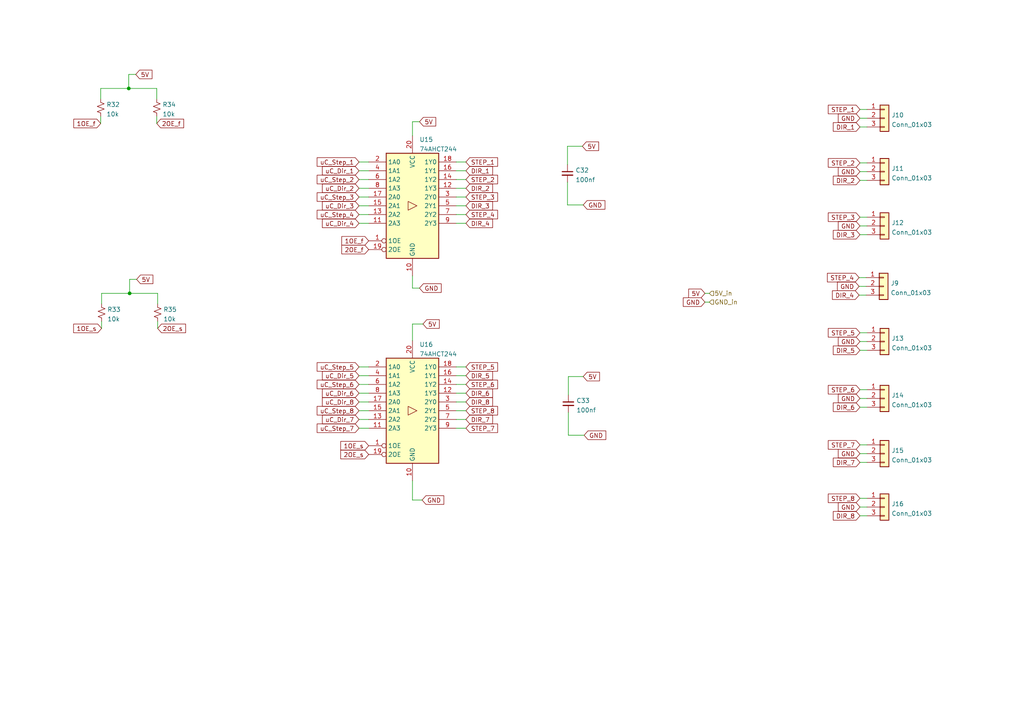
<source format=kicad_sch>
(kicad_sch
	(version 20231120)
	(generator "eeschema")
	(generator_version "8.0")
	(uuid "babc6563-75e0-4dea-96fb-7cbf0e3daf28")
	(paper "A4")
	(title_block
		(title "Motion Control Board")
		(date "2022-04-14")
		(company "Vashishtha Research Private Limited")
	)
	(lib_symbols
		(symbol "74xx:74AHCT244"
			(exclude_from_sim no)
			(in_bom yes)
			(on_board yes)
			(property "Reference" "U"
				(at -7.62 16.51 0)
				(effects
					(font
						(size 1.27 1.27)
					)
				)
			)
			(property "Value" "74AHCT244"
				(at -7.62 -16.51 0)
				(effects
					(font
						(size 1.27 1.27)
					)
				)
			)
			(property "Footprint" ""
				(at 0 0 0)
				(effects
					(font
						(size 1.27 1.27)
					)
					(hide yes)
				)
			)
			(property "Datasheet" "https://assets.nexperia.com/documents/data-sheet/74AHC_AHCT244.pdf"
				(at 0 0 0)
				(effects
					(font
						(size 1.27 1.27)
					)
					(hide yes)
				)
			)
			(property "Description" "8-bit Buffer/Line Driver 3-state"
				(at 0 0 0)
				(effects
					(font
						(size 1.27 1.27)
					)
					(hide yes)
				)
			)
			(property "ki_keywords" "AHCTMOS BUFFER 3State"
				(at 0 0 0)
				(effects
					(font
						(size 1.27 1.27)
					)
					(hide yes)
				)
			)
			(property "ki_fp_filters" "TSSOP*4.4x6.5mm*P0.65mm* SSOP*4.4x6.5mm*P0.65mm*"
				(at 0 0 0)
				(effects
					(font
						(size 1.27 1.27)
					)
					(hide yes)
				)
			)
			(symbol "74AHCT244_1_0"
				(polyline
					(pts
						(xy 1.27 0) (xy -1.27 1.27) (xy -1.27 -1.27) (xy 1.27 0)
					)
					(stroke
						(width 0.1524)
						(type default)
					)
					(fill
						(type none)
					)
				)
				(pin input inverted
					(at -12.7 -10.16 0)
					(length 5.08)
					(name "1OE"
						(effects
							(font
								(size 1.27 1.27)
							)
						)
					)
					(number "1"
						(effects
							(font
								(size 1.27 1.27)
							)
						)
					)
				)
				(pin power_in line
					(at 0 -20.32 90)
					(length 5.08)
					(name "GND"
						(effects
							(font
								(size 1.27 1.27)
							)
						)
					)
					(number "10"
						(effects
							(font
								(size 1.27 1.27)
							)
						)
					)
				)
				(pin input line
					(at -12.7 -5.08 0)
					(length 5.08)
					(name "2A3"
						(effects
							(font
								(size 1.27 1.27)
							)
						)
					)
					(number "11"
						(effects
							(font
								(size 1.27 1.27)
							)
						)
					)
				)
				(pin tri_state line
					(at 12.7 5.08 180)
					(length 5.08)
					(name "1Y3"
						(effects
							(font
								(size 1.27 1.27)
							)
						)
					)
					(number "12"
						(effects
							(font
								(size 1.27 1.27)
							)
						)
					)
				)
				(pin input line
					(at -12.7 -2.54 0)
					(length 5.08)
					(name "2A2"
						(effects
							(font
								(size 1.27 1.27)
							)
						)
					)
					(number "13"
						(effects
							(font
								(size 1.27 1.27)
							)
						)
					)
				)
				(pin tri_state line
					(at 12.7 7.62 180)
					(length 5.08)
					(name "1Y2"
						(effects
							(font
								(size 1.27 1.27)
							)
						)
					)
					(number "14"
						(effects
							(font
								(size 1.27 1.27)
							)
						)
					)
				)
				(pin input line
					(at -12.7 0 0)
					(length 5.08)
					(name "2A1"
						(effects
							(font
								(size 1.27 1.27)
							)
						)
					)
					(number "15"
						(effects
							(font
								(size 1.27 1.27)
							)
						)
					)
				)
				(pin tri_state line
					(at 12.7 10.16 180)
					(length 5.08)
					(name "1Y1"
						(effects
							(font
								(size 1.27 1.27)
							)
						)
					)
					(number "16"
						(effects
							(font
								(size 1.27 1.27)
							)
						)
					)
				)
				(pin input line
					(at -12.7 2.54 0)
					(length 5.08)
					(name "2A0"
						(effects
							(font
								(size 1.27 1.27)
							)
						)
					)
					(number "17"
						(effects
							(font
								(size 1.27 1.27)
							)
						)
					)
				)
				(pin tri_state line
					(at 12.7 12.7 180)
					(length 5.08)
					(name "1Y0"
						(effects
							(font
								(size 1.27 1.27)
							)
						)
					)
					(number "18"
						(effects
							(font
								(size 1.27 1.27)
							)
						)
					)
				)
				(pin input inverted
					(at -12.7 -12.7 0)
					(length 5.08)
					(name "2OE"
						(effects
							(font
								(size 1.27 1.27)
							)
						)
					)
					(number "19"
						(effects
							(font
								(size 1.27 1.27)
							)
						)
					)
				)
				(pin input line
					(at -12.7 12.7 0)
					(length 5.08)
					(name "1A0"
						(effects
							(font
								(size 1.27 1.27)
							)
						)
					)
					(number "2"
						(effects
							(font
								(size 1.27 1.27)
							)
						)
					)
				)
				(pin power_in line
					(at 0 20.32 270)
					(length 5.08)
					(name "VCC"
						(effects
							(font
								(size 1.27 1.27)
							)
						)
					)
					(number "20"
						(effects
							(font
								(size 1.27 1.27)
							)
						)
					)
				)
				(pin tri_state line
					(at 12.7 2.54 180)
					(length 5.08)
					(name "2Y0"
						(effects
							(font
								(size 1.27 1.27)
							)
						)
					)
					(number "3"
						(effects
							(font
								(size 1.27 1.27)
							)
						)
					)
				)
				(pin input line
					(at -12.7 10.16 0)
					(length 5.08)
					(name "1A1"
						(effects
							(font
								(size 1.27 1.27)
							)
						)
					)
					(number "4"
						(effects
							(font
								(size 1.27 1.27)
							)
						)
					)
				)
				(pin tri_state line
					(at 12.7 0 180)
					(length 5.08)
					(name "2Y1"
						(effects
							(font
								(size 1.27 1.27)
							)
						)
					)
					(number "5"
						(effects
							(font
								(size 1.27 1.27)
							)
						)
					)
				)
				(pin input line
					(at -12.7 7.62 0)
					(length 5.08)
					(name "1A2"
						(effects
							(font
								(size 1.27 1.27)
							)
						)
					)
					(number "6"
						(effects
							(font
								(size 1.27 1.27)
							)
						)
					)
				)
				(pin tri_state line
					(at 12.7 -2.54 180)
					(length 5.08)
					(name "2Y2"
						(effects
							(font
								(size 1.27 1.27)
							)
						)
					)
					(number "7"
						(effects
							(font
								(size 1.27 1.27)
							)
						)
					)
				)
				(pin input line
					(at -12.7 5.08 0)
					(length 5.08)
					(name "1A3"
						(effects
							(font
								(size 1.27 1.27)
							)
						)
					)
					(number "8"
						(effects
							(font
								(size 1.27 1.27)
							)
						)
					)
				)
				(pin tri_state line
					(at 12.7 -5.08 180)
					(length 5.08)
					(name "2Y3"
						(effects
							(font
								(size 1.27 1.27)
							)
						)
					)
					(number "9"
						(effects
							(font
								(size 1.27 1.27)
							)
						)
					)
				)
			)
			(symbol "74AHCT244_1_1"
				(rectangle
					(start -7.62 15.24)
					(end 7.62 -15.24)
					(stroke
						(width 0.254)
						(type default)
					)
					(fill
						(type background)
					)
				)
			)
		)
		(symbol "Connector_Generic:Conn_01x03"
			(pin_names
				(offset 1.016) hide)
			(exclude_from_sim no)
			(in_bom yes)
			(on_board yes)
			(property "Reference" "J"
				(at 0 5.08 0)
				(effects
					(font
						(size 1.27 1.27)
					)
				)
			)
			(property "Value" "Conn_01x03"
				(at 0 -5.08 0)
				(effects
					(font
						(size 1.27 1.27)
					)
				)
			)
			(property "Footprint" ""
				(at 0 0 0)
				(effects
					(font
						(size 1.27 1.27)
					)
					(hide yes)
				)
			)
			(property "Datasheet" "~"
				(at 0 0 0)
				(effects
					(font
						(size 1.27 1.27)
					)
					(hide yes)
				)
			)
			(property "Description" "Generic connector, single row, 01x03, script generated (kicad-library-utils/schlib/autogen/connector/)"
				(at 0 0 0)
				(effects
					(font
						(size 1.27 1.27)
					)
					(hide yes)
				)
			)
			(property "ki_keywords" "connector"
				(at 0 0 0)
				(effects
					(font
						(size 1.27 1.27)
					)
					(hide yes)
				)
			)
			(property "ki_fp_filters" "Connector*:*_1x??_*"
				(at 0 0 0)
				(effects
					(font
						(size 1.27 1.27)
					)
					(hide yes)
				)
			)
			(symbol "Conn_01x03_1_1"
				(rectangle
					(start -1.27 -2.413)
					(end 0 -2.667)
					(stroke
						(width 0.1524)
						(type default)
					)
					(fill
						(type none)
					)
				)
				(rectangle
					(start -1.27 0.127)
					(end 0 -0.127)
					(stroke
						(width 0.1524)
						(type default)
					)
					(fill
						(type none)
					)
				)
				(rectangle
					(start -1.27 2.667)
					(end 0 2.413)
					(stroke
						(width 0.1524)
						(type default)
					)
					(fill
						(type none)
					)
				)
				(rectangle
					(start -1.27 3.81)
					(end 1.27 -3.81)
					(stroke
						(width 0.254)
						(type default)
					)
					(fill
						(type background)
					)
				)
				(pin passive line
					(at -5.08 2.54 0)
					(length 3.81)
					(name "Pin_1"
						(effects
							(font
								(size 1.27 1.27)
							)
						)
					)
					(number "1"
						(effects
							(font
								(size 1.27 1.27)
							)
						)
					)
				)
				(pin passive line
					(at -5.08 0 0)
					(length 3.81)
					(name "Pin_2"
						(effects
							(font
								(size 1.27 1.27)
							)
						)
					)
					(number "2"
						(effects
							(font
								(size 1.27 1.27)
							)
						)
					)
				)
				(pin passive line
					(at -5.08 -2.54 0)
					(length 3.81)
					(name "Pin_3"
						(effects
							(font
								(size 1.27 1.27)
							)
						)
					)
					(number "3"
						(effects
							(font
								(size 1.27 1.27)
							)
						)
					)
				)
			)
		)
		(symbol "Device:C_Small"
			(pin_numbers hide)
			(pin_names
				(offset 0.254) hide)
			(exclude_from_sim no)
			(in_bom yes)
			(on_board yes)
			(property "Reference" "C"
				(at 0.254 1.778 0)
				(effects
					(font
						(size 1.27 1.27)
					)
					(justify left)
				)
			)
			(property "Value" "C_Small"
				(at 0.254 -2.032 0)
				(effects
					(font
						(size 1.27 1.27)
					)
					(justify left)
				)
			)
			(property "Footprint" ""
				(at 0 0 0)
				(effects
					(font
						(size 1.27 1.27)
					)
					(hide yes)
				)
			)
			(property "Datasheet" "~"
				(at 0 0 0)
				(effects
					(font
						(size 1.27 1.27)
					)
					(hide yes)
				)
			)
			(property "Description" "Unpolarized capacitor, small symbol"
				(at 0 0 0)
				(effects
					(font
						(size 1.27 1.27)
					)
					(hide yes)
				)
			)
			(property "ki_keywords" "capacitor cap"
				(at 0 0 0)
				(effects
					(font
						(size 1.27 1.27)
					)
					(hide yes)
				)
			)
			(property "ki_fp_filters" "C_*"
				(at 0 0 0)
				(effects
					(font
						(size 1.27 1.27)
					)
					(hide yes)
				)
			)
			(symbol "C_Small_0_1"
				(polyline
					(pts
						(xy -1.524 -0.508) (xy 1.524 -0.508)
					)
					(stroke
						(width 0.3302)
						(type default)
					)
					(fill
						(type none)
					)
				)
				(polyline
					(pts
						(xy -1.524 0.508) (xy 1.524 0.508)
					)
					(stroke
						(width 0.3048)
						(type default)
					)
					(fill
						(type none)
					)
				)
			)
			(symbol "C_Small_1_1"
				(pin passive line
					(at 0 2.54 270)
					(length 2.032)
					(name "~"
						(effects
							(font
								(size 1.27 1.27)
							)
						)
					)
					(number "1"
						(effects
							(font
								(size 1.27 1.27)
							)
						)
					)
				)
				(pin passive line
					(at 0 -2.54 90)
					(length 2.032)
					(name "~"
						(effects
							(font
								(size 1.27 1.27)
							)
						)
					)
					(number "2"
						(effects
							(font
								(size 1.27 1.27)
							)
						)
					)
				)
			)
		)
		(symbol "Device:R_Small_US"
			(pin_numbers hide)
			(pin_names
				(offset 0.254) hide)
			(exclude_from_sim no)
			(in_bom yes)
			(on_board yes)
			(property "Reference" "R"
				(at 0.762 0.508 0)
				(effects
					(font
						(size 1.27 1.27)
					)
					(justify left)
				)
			)
			(property "Value" "R_Small_US"
				(at 0.762 -1.016 0)
				(effects
					(font
						(size 1.27 1.27)
					)
					(justify left)
				)
			)
			(property "Footprint" ""
				(at 0 0 0)
				(effects
					(font
						(size 1.27 1.27)
					)
					(hide yes)
				)
			)
			(property "Datasheet" "~"
				(at 0 0 0)
				(effects
					(font
						(size 1.27 1.27)
					)
					(hide yes)
				)
			)
			(property "Description" "Resistor, small US symbol"
				(at 0 0 0)
				(effects
					(font
						(size 1.27 1.27)
					)
					(hide yes)
				)
			)
			(property "ki_keywords" "r resistor"
				(at 0 0 0)
				(effects
					(font
						(size 1.27 1.27)
					)
					(hide yes)
				)
			)
			(property "ki_fp_filters" "R_*"
				(at 0 0 0)
				(effects
					(font
						(size 1.27 1.27)
					)
					(hide yes)
				)
			)
			(symbol "R_Small_US_1_1"
				(polyline
					(pts
						(xy 0 0) (xy 1.016 -0.381) (xy 0 -0.762) (xy -1.016 -1.143) (xy 0 -1.524)
					)
					(stroke
						(width 0)
						(type default)
					)
					(fill
						(type none)
					)
				)
				(polyline
					(pts
						(xy 0 1.524) (xy 1.016 1.143) (xy 0 0.762) (xy -1.016 0.381) (xy 0 0)
					)
					(stroke
						(width 0)
						(type default)
					)
					(fill
						(type none)
					)
				)
				(pin passive line
					(at 0 2.54 270)
					(length 1.016)
					(name "~"
						(effects
							(font
								(size 1.27 1.27)
							)
						)
					)
					(number "1"
						(effects
							(font
								(size 1.27 1.27)
							)
						)
					)
				)
				(pin passive line
					(at 0 -2.54 90)
					(length 1.016)
					(name "~"
						(effects
							(font
								(size 1.27 1.27)
							)
						)
					)
					(number "2"
						(effects
							(font
								(size 1.27 1.27)
							)
						)
					)
				)
			)
		)
	)
	(junction
		(at 37.338 25.654)
		(diameter 0)
		(color 0 0 0 0)
		(uuid "e5d26f40-5699-4928-847a-05f079a00830")
	)
	(junction
		(at 37.592 85.09)
		(diameter 0)
		(color 0 0 0 0)
		(uuid "fc83f8af-fa9f-4748-a205-e6d9b487e4ba")
	)
	(wire
		(pts
			(xy 29.464 85.09) (xy 37.592 85.09)
		)
		(stroke
			(width 0)
			(type default)
		)
		(uuid "04e0a646-b7ad-487f-b9fc-58157faae80e")
	)
	(wire
		(pts
			(xy 249.428 34.29) (xy 251.46 34.29)
		)
		(stroke
			(width 0)
			(type default)
		)
		(uuid "1478e75e-5136-491d-954f-01e1f2707f67")
	)
	(wire
		(pts
			(xy 249.428 62.992) (xy 251.46 62.992)
		)
		(stroke
			(width 0)
			(type default)
		)
		(uuid "169dc8cd-abb0-4f69-8afa-a7f94ae31c94")
	)
	(wire
		(pts
			(xy 122.682 93.98) (xy 119.634 93.98)
		)
		(stroke
			(width 0)
			(type default)
		)
		(uuid "19991df2-ee80-4ee2-950a-a04ba602702a")
	)
	(wire
		(pts
			(xy 249.428 129.032) (xy 251.46 129.032)
		)
		(stroke
			(width 0)
			(type default)
		)
		(uuid "1b72db93-9d0d-4b90-8140-e29e89e0b60e")
	)
	(wire
		(pts
			(xy 164.592 42.418) (xy 164.592 47.752)
		)
		(stroke
			(width 0)
			(type default)
		)
		(uuid "1cac8e9b-984f-465f-9c7d-358444fa4f2a")
	)
	(wire
		(pts
			(xy 135.128 57.15) (xy 132.334 57.15)
		)
		(stroke
			(width 0)
			(type default)
		)
		(uuid "2504c91e-f893-4e94-bb8f-a7f689d4e823")
	)
	(wire
		(pts
			(xy 135.128 106.426) (xy 132.334 106.426)
		)
		(stroke
			(width 0)
			(type default)
		)
		(uuid "25da411f-3ab9-410c-8467-4a633fd0432d")
	)
	(wire
		(pts
			(xy 104.14 116.586) (xy 106.934 116.586)
		)
		(stroke
			(width 0)
			(type default)
		)
		(uuid "25ec3b6d-d1bd-4f1e-9015-8f94a9090444")
	)
	(wire
		(pts
			(xy 249.174 83.058) (xy 251.206 83.058)
		)
		(stroke
			(width 0)
			(type default)
		)
		(uuid "261848b8-f363-4c71-8a5d-d7d625d3ad30")
	)
	(wire
		(pts
			(xy 249.428 115.57) (xy 251.46 115.57)
		)
		(stroke
			(width 0)
			(type default)
		)
		(uuid "26bcd273-a177-4115-a0cf-19d757b3a54e")
	)
	(wire
		(pts
			(xy 29.464 88.138) (xy 29.464 85.09)
		)
		(stroke
			(width 0)
			(type default)
		)
		(uuid "292a7663-8ba4-4680-a4b9-031ee4118f85")
	)
	(wire
		(pts
			(xy 104.14 121.666) (xy 106.934 121.666)
		)
		(stroke
			(width 0)
			(type default)
		)
		(uuid "29b77951-62f8-4810-ba59-87f01e5ffc91")
	)
	(wire
		(pts
			(xy 249.428 131.572) (xy 251.46 131.572)
		)
		(stroke
			(width 0)
			(type default)
		)
		(uuid "2a206cd9-ebea-4a5e-98aa-b8bb258da610")
	)
	(wire
		(pts
			(xy 135.128 116.586) (xy 132.334 116.586)
		)
		(stroke
			(width 0)
			(type default)
		)
		(uuid "2ac8275f-c345-45f4-b3f5-970aea69fabf")
	)
	(wire
		(pts
			(xy 135.128 62.23) (xy 132.334 62.23)
		)
		(stroke
			(width 0)
			(type default)
		)
		(uuid "2d3731a3-4a0c-45f3-a2a9-7fdb3e01c7e7")
	)
	(wire
		(pts
			(xy 249.428 101.6) (xy 251.46 101.6)
		)
		(stroke
			(width 0)
			(type default)
		)
		(uuid "2e7d7ed0-c104-4101-8b8d-27bb8d53502e")
	)
	(wire
		(pts
			(xy 164.846 119.634) (xy 164.846 126.238)
		)
		(stroke
			(width 0)
			(type default)
		)
		(uuid "2ed5e1f4-2fb5-4468-a990-b3315aa66053")
	)
	(wire
		(pts
			(xy 119.634 83.566) (xy 119.634 80.01)
		)
		(stroke
			(width 0)
			(type default)
		)
		(uuid "2f6c5239-7306-4352-b33d-0cac8f17429b")
	)
	(wire
		(pts
			(xy 249.428 96.52) (xy 251.46 96.52)
		)
		(stroke
			(width 0)
			(type default)
		)
		(uuid "2fb9be4f-70de-4368-a6da-acde7842dbc9")
	)
	(wire
		(pts
			(xy 104.14 62.23) (xy 106.934 62.23)
		)
		(stroke
			(width 0)
			(type default)
		)
		(uuid "3353d0fc-ef2a-44b8-b1cb-6041526bce1d")
	)
	(wire
		(pts
			(xy 135.128 108.966) (xy 132.334 108.966)
		)
		(stroke
			(width 0)
			(type default)
		)
		(uuid "36a9d8c9-39f0-4b60-8394-5e394216486b")
	)
	(wire
		(pts
			(xy 164.592 59.436) (xy 169.164 59.436)
		)
		(stroke
			(width 0)
			(type default)
		)
		(uuid "37af7ef2-de1c-4d41-890c-7551e9dafc96")
	)
	(wire
		(pts
			(xy 104.14 111.506) (xy 106.934 111.506)
		)
		(stroke
			(width 0)
			(type default)
		)
		(uuid "3a802fcc-c1e2-4464-99dd-e7d44e1fe13a")
	)
	(wire
		(pts
			(xy 249.174 80.518) (xy 251.206 80.518)
		)
		(stroke
			(width 0)
			(type default)
		)
		(uuid "3f008b40-3ab9-4adf-afaf-e9fe47ed3493")
	)
	(wire
		(pts
			(xy 119.634 145.034) (xy 119.634 139.446)
		)
		(stroke
			(width 0)
			(type default)
		)
		(uuid "432fb608-cdf4-4359-af40-13a36780f378")
	)
	(wire
		(pts
			(xy 135.128 49.53) (xy 132.334 49.53)
		)
		(stroke
			(width 0)
			(type default)
		)
		(uuid "4594947d-b2fa-47a3-9916-478f2769a315")
	)
	(wire
		(pts
			(xy 104.14 46.99) (xy 106.934 46.99)
		)
		(stroke
			(width 0)
			(type default)
		)
		(uuid "46c1d222-181e-47b5-9380-eaf9d6e17a22")
	)
	(wire
		(pts
			(xy 121.666 35.306) (xy 119.634 35.306)
		)
		(stroke
			(width 0)
			(type default)
		)
		(uuid "48ee1210-a7ac-4fb5-ae1a-96ffa8302921")
	)
	(wire
		(pts
			(xy 135.128 64.77) (xy 132.334 64.77)
		)
		(stroke
			(width 0)
			(type default)
		)
		(uuid "4c987cef-f9e7-44bd-afed-21fc546ad7f4")
	)
	(wire
		(pts
			(xy 121.666 83.566) (xy 119.634 83.566)
		)
		(stroke
			(width 0)
			(type default)
		)
		(uuid "4f4587ec-6802-4303-a126-2bdee05ac761")
	)
	(wire
		(pts
			(xy 104.14 52.07) (xy 106.934 52.07)
		)
		(stroke
			(width 0)
			(type default)
		)
		(uuid "5001b153-3ebb-417d-a035-8885e5bcc1dc")
	)
	(wire
		(pts
			(xy 135.128 124.206) (xy 132.334 124.206)
		)
		(stroke
			(width 0)
			(type default)
		)
		(uuid "51191c30-5e57-4412-a8dd-fb5a172d5dd1")
	)
	(wire
		(pts
			(xy 37.592 85.09) (xy 45.72 85.09)
		)
		(stroke
			(width 0)
			(type default)
		)
		(uuid "5534901a-132c-44fb-b942-65d5ad06fb36")
	)
	(wire
		(pts
			(xy 164.846 126.238) (xy 169.418 126.238)
		)
		(stroke
			(width 0)
			(type default)
		)
		(uuid "60d29407-aaac-47b6-8acd-cd80bb7afb67")
	)
	(wire
		(pts
			(xy 29.21 33.782) (xy 29.21 35.814)
		)
		(stroke
			(width 0)
			(type default)
		)
		(uuid "66c12b4d-c7e0-46d7-811d-ed920ffd0fcb")
	)
	(wire
		(pts
			(xy 249.428 31.75) (xy 251.46 31.75)
		)
		(stroke
			(width 0)
			(type default)
		)
		(uuid "68c498a7-f36e-44e6-a526-5ec409835757")
	)
	(wire
		(pts
			(xy 164.846 109.22) (xy 164.846 114.554)
		)
		(stroke
			(width 0)
			(type default)
		)
		(uuid "6b29b0a0-3da6-4cfc-888f-1b9c2d0b010b")
	)
	(wire
		(pts
			(xy 249.428 134.112) (xy 251.46 134.112)
		)
		(stroke
			(width 0)
			(type default)
		)
		(uuid "6d23eb75-af60-45de-b7bc-d96a01575752")
	)
	(wire
		(pts
			(xy 249.428 118.11) (xy 251.46 118.11)
		)
		(stroke
			(width 0)
			(type default)
		)
		(uuid "6dffff62-e256-40fa-bfbc-07c87249bb55")
	)
	(wire
		(pts
			(xy 29.21 25.654) (xy 37.338 25.654)
		)
		(stroke
			(width 0)
			(type default)
		)
		(uuid "6f1c428c-688e-4cb2-b032-cf438d264ffc")
	)
	(wire
		(pts
			(xy 249.174 85.598) (xy 251.206 85.598)
		)
		(stroke
			(width 0)
			(type default)
		)
		(uuid "6f9a8236-61ad-44d3-9aac-5878395676ae")
	)
	(wire
		(pts
			(xy 249.428 149.606) (xy 251.46 149.606)
		)
		(stroke
			(width 0)
			(type default)
		)
		(uuid "74390724-e928-4329-8982-f8e803456e07")
	)
	(wire
		(pts
			(xy 119.634 35.306) (xy 119.634 39.37)
		)
		(stroke
			(width 0)
			(type default)
		)
		(uuid "7864dece-1619-426d-a82c-1071988c0e45")
	)
	(wire
		(pts
			(xy 249.428 99.06) (xy 251.46 99.06)
		)
		(stroke
			(width 0)
			(type default)
		)
		(uuid "7a28bd6a-c708-4498-9513-40fd9f9172d8")
	)
	(wire
		(pts
			(xy 135.128 114.046) (xy 132.334 114.046)
		)
		(stroke
			(width 0)
			(type default)
		)
		(uuid "7a8e3d54-6c31-4917-8b0c-728644517ad4")
	)
	(wire
		(pts
			(xy 122.428 145.034) (xy 119.634 145.034)
		)
		(stroke
			(width 0)
			(type default)
		)
		(uuid "7c2de6cd-7f31-4277-bed1-2676d72099a3")
	)
	(wire
		(pts
			(xy 204.47 87.63) (xy 205.74 87.63)
		)
		(stroke
			(width 0)
			(type default)
		)
		(uuid "80c17967-406b-484b-abc1-81e66b249738")
	)
	(wire
		(pts
			(xy 249.428 144.526) (xy 251.46 144.526)
		)
		(stroke
			(width 0)
			(type default)
		)
		(uuid "81dc432c-5f88-4a5c-af9b-dfa3344ac53e")
	)
	(wire
		(pts
			(xy 104.14 49.53) (xy 106.934 49.53)
		)
		(stroke
			(width 0)
			(type default)
		)
		(uuid "84379e79-e575-4382-b863-b465f1e9adfe")
	)
	(wire
		(pts
			(xy 37.338 21.59) (xy 37.338 25.654)
		)
		(stroke
			(width 0)
			(type default)
		)
		(uuid "8c3a777e-dc8c-416f-af87-6f831f2dd7f0")
	)
	(wire
		(pts
			(xy 249.428 65.532) (xy 251.46 65.532)
		)
		(stroke
			(width 0)
			(type default)
		)
		(uuid "9060dc77-c984-4cfc-980a-3916601d33e7")
	)
	(wire
		(pts
			(xy 45.466 35.814) (xy 45.466 33.782)
		)
		(stroke
			(width 0)
			(type default)
		)
		(uuid "919693ed-886b-47f8-8d40-e7a84dcce4af")
	)
	(wire
		(pts
			(xy 29.464 93.218) (xy 29.464 95.25)
		)
		(stroke
			(width 0)
			(type default)
		)
		(uuid "91c4a1a6-a53e-4065-a772-f4db7ad039e0")
	)
	(wire
		(pts
			(xy 249.428 36.83) (xy 251.46 36.83)
		)
		(stroke
			(width 0)
			(type default)
		)
		(uuid "950640c2-7ef1-4ae8-81c6-e529f8cdf61c")
	)
	(wire
		(pts
			(xy 45.466 25.654) (xy 45.466 28.702)
		)
		(stroke
			(width 0)
			(type default)
		)
		(uuid "972943dc-4ae1-4772-bbb6-964878c20d6c")
	)
	(wire
		(pts
			(xy 39.624 81.026) (xy 37.592 81.026)
		)
		(stroke
			(width 0)
			(type default)
		)
		(uuid "9c4abfa4-824a-40e2-8fda-4e08f8b0d21c")
	)
	(wire
		(pts
			(xy 135.128 121.666) (xy 132.334 121.666)
		)
		(stroke
			(width 0)
			(type default)
		)
		(uuid "a1950493-95cd-4b38-818d-b112d30b31b4")
	)
	(wire
		(pts
			(xy 104.14 57.15) (xy 106.934 57.15)
		)
		(stroke
			(width 0)
			(type default)
		)
		(uuid "a286f5fa-8c00-4f3c-b458-f606ed11aec4")
	)
	(wire
		(pts
			(xy 104.14 64.77) (xy 106.934 64.77)
		)
		(stroke
			(width 0)
			(type default)
		)
		(uuid "a9325d02-2997-469d-a2e4-406eb050f396")
	)
	(wire
		(pts
			(xy 135.128 59.69) (xy 132.334 59.69)
		)
		(stroke
			(width 0)
			(type default)
		)
		(uuid "a9af9d45-c4c1-4877-9fff-a1143fbbc03b")
	)
	(wire
		(pts
			(xy 104.14 108.966) (xy 106.934 108.966)
		)
		(stroke
			(width 0)
			(type default)
		)
		(uuid "ae27b2d9-5078-4968-a9c5-24c82db12a60")
	)
	(wire
		(pts
			(xy 104.14 106.426) (xy 106.934 106.426)
		)
		(stroke
			(width 0)
			(type default)
		)
		(uuid "aeea4290-88f8-46e6-95e4-d01b38357565")
	)
	(wire
		(pts
			(xy 249.428 68.072) (xy 251.46 68.072)
		)
		(stroke
			(width 0)
			(type default)
		)
		(uuid "b23991e5-e93c-47e9-b7e2-efcad178efbc")
	)
	(wire
		(pts
			(xy 204.47 85.09) (xy 205.74 85.09)
		)
		(stroke
			(width 0)
			(type default)
		)
		(uuid "b48d3598-3660-45ee-8a86-f87c16778f1e")
	)
	(wire
		(pts
			(xy 104.14 124.206) (xy 106.934 124.206)
		)
		(stroke
			(width 0)
			(type default)
		)
		(uuid "bbc2ef43-2d07-47e1-8512-a73dc11f9792")
	)
	(wire
		(pts
			(xy 104.14 59.69) (xy 106.934 59.69)
		)
		(stroke
			(width 0)
			(type default)
		)
		(uuid "bdf31114-8cd9-4a97-8220-bf959ba6b46e")
	)
	(wire
		(pts
			(xy 135.128 46.99) (xy 132.334 46.99)
		)
		(stroke
			(width 0)
			(type default)
		)
		(uuid "bf75614f-f41c-429f-918a-90e471610918")
	)
	(wire
		(pts
			(xy 37.592 81.026) (xy 37.592 85.09)
		)
		(stroke
			(width 0)
			(type default)
		)
		(uuid "c38f1705-6fd2-4cb7-a5e6-743dcd73b90c")
	)
	(wire
		(pts
			(xy 135.128 111.506) (xy 132.334 111.506)
		)
		(stroke
			(width 0)
			(type default)
		)
		(uuid "c693a900-9b78-4608-9ec0-8ab63fc500ac")
	)
	(wire
		(pts
			(xy 119.634 93.98) (xy 119.634 98.806)
		)
		(stroke
			(width 0)
			(type default)
		)
		(uuid "c913d95f-a0e9-4ebf-b057-e59a8cda3fb7")
	)
	(wire
		(pts
			(xy 104.14 119.126) (xy 106.934 119.126)
		)
		(stroke
			(width 0)
			(type default)
		)
		(uuid "cdcc8ac7-8036-4c66-8fb6-67002c3a6d39")
	)
	(wire
		(pts
			(xy 104.14 54.61) (xy 106.934 54.61)
		)
		(stroke
			(width 0)
			(type default)
		)
		(uuid "cf1186a2-06a6-4425-95c5-9fbc97d9c03b")
	)
	(wire
		(pts
			(xy 39.37 21.59) (xy 37.338 21.59)
		)
		(stroke
			(width 0)
			(type default)
		)
		(uuid "d094f671-4cea-4da2-9659-cf054a9e9798")
	)
	(wire
		(pts
			(xy 249.428 113.03) (xy 251.46 113.03)
		)
		(stroke
			(width 0)
			(type default)
		)
		(uuid "d3066c97-dfcb-4aac-8c44-5e29d193c4a4")
	)
	(wire
		(pts
			(xy 164.592 52.832) (xy 164.592 59.436)
		)
		(stroke
			(width 0)
			(type default)
		)
		(uuid "d5cd6ef5-9bde-4f7f-97b4-54890e226b42")
	)
	(wire
		(pts
			(xy 249.428 49.784) (xy 251.46 49.784)
		)
		(stroke
			(width 0)
			(type default)
		)
		(uuid "d5cdd7af-100b-45c3-83d9-6ffa174b77b3")
	)
	(wire
		(pts
			(xy 135.128 54.61) (xy 132.334 54.61)
		)
		(stroke
			(width 0)
			(type default)
		)
		(uuid "d61c24af-15d6-46a5-9fd3-f178cabcc28c")
	)
	(wire
		(pts
			(xy 45.72 95.25) (xy 45.72 93.218)
		)
		(stroke
			(width 0)
			(type default)
		)
		(uuid "ddc4f3a4-6645-4668-ac7a-b6b0547d1bf7")
	)
	(wire
		(pts
			(xy 135.128 52.07) (xy 132.334 52.07)
		)
		(stroke
			(width 0)
			(type default)
		)
		(uuid "e2229713-838a-4f81-9ba9-458d9d725979")
	)
	(wire
		(pts
			(xy 29.21 28.702) (xy 29.21 25.654)
		)
		(stroke
			(width 0)
			(type default)
		)
		(uuid "e2fe6a45-a992-4bca-8a6e-120877c6af53")
	)
	(wire
		(pts
			(xy 249.428 147.066) (xy 251.46 147.066)
		)
		(stroke
			(width 0)
			(type default)
		)
		(uuid "e4328a74-7660-40ae-960e-bd0f84878682")
	)
	(wire
		(pts
			(xy 135.128 119.126) (xy 132.334 119.126)
		)
		(stroke
			(width 0)
			(type default)
		)
		(uuid "e92180fe-fc9f-4f1f-b545-4bc0141c05be")
	)
	(wire
		(pts
			(xy 45.72 85.09) (xy 45.72 88.138)
		)
		(stroke
			(width 0)
			(type default)
		)
		(uuid "eb075870-5418-4510-89de-b6852ea2a243")
	)
	(wire
		(pts
			(xy 104.14 114.046) (xy 106.934 114.046)
		)
		(stroke
			(width 0)
			(type default)
		)
		(uuid "eb71eab7-d474-47ad-85cf-1cae531b03b5")
	)
	(wire
		(pts
			(xy 249.428 47.244) (xy 251.46 47.244)
		)
		(stroke
			(width 0)
			(type default)
		)
		(uuid "eecac9b8-b3e5-49b6-a294-dd9de9df4305")
	)
	(wire
		(pts
			(xy 168.91 42.418) (xy 164.592 42.418)
		)
		(stroke
			(width 0)
			(type default)
		)
		(uuid "eee198aa-06fd-4528-aa68-e04669869591")
	)
	(wire
		(pts
			(xy 169.164 109.22) (xy 164.846 109.22)
		)
		(stroke
			(width 0)
			(type default)
		)
		(uuid "efcbd558-7790-4226-a4d1-506cc6a3831a")
	)
	(wire
		(pts
			(xy 249.428 52.324) (xy 251.46 52.324)
		)
		(stroke
			(width 0)
			(type default)
		)
		(uuid "f68ec278-0051-4bae-b007-001b8d20fe5e")
	)
	(wire
		(pts
			(xy 37.338 25.654) (xy 45.466 25.654)
		)
		(stroke
			(width 0)
			(type default)
		)
		(uuid "fb97f157-54e4-44c1-8878-e01f190ca0f4")
	)
	(global_label "uC_Step_8"
		(shape input)
		(at 104.14 119.126 180)
		(fields_autoplaced yes)
		(effects
			(font
				(size 1.27 1.27)
			)
			(justify right)
		)
		(uuid "03678ba9-17ac-400b-8677-c95d07d3bb07")
		(property "Intersheetrefs" "${INTERSHEET_REFS}"
			(at 91.9902 119.0466 0)
			(effects
				(font
					(size 1.27 1.27)
				)
				(justify right)
				(hide yes)
			)
		)
	)
	(global_label "DIR_7"
		(shape input)
		(at 249.428 134.112 180)
		(fields_autoplaced yes)
		(effects
			(font
				(size 1.27 1.27)
			)
			(justify right)
		)
		(uuid "03e774a2-b052-4d73-a99c-203f6ca89f66")
		(property "Intersheetrefs" "${INTERSHEET_REFS}"
			(at 241.693 134.0326 0)
			(effects
				(font
					(size 1.27 1.27)
				)
				(justify right)
				(hide yes)
			)
		)
	)
	(global_label "uC_Step_2"
		(shape input)
		(at 104.14 52.07 180)
		(fields_autoplaced yes)
		(effects
			(font
				(size 1.27 1.27)
			)
			(justify right)
		)
		(uuid "065d1b3d-691d-41cc-bf43-cb7f97f985bc")
		(property "Intersheetrefs" "${INTERSHEET_REFS}"
			(at 91.9902 51.9906 0)
			(effects
				(font
					(size 1.27 1.27)
				)
				(justify right)
				(hide yes)
			)
		)
	)
	(global_label "uC_Step_6"
		(shape input)
		(at 104.14 111.506 180)
		(fields_autoplaced yes)
		(effects
			(font
				(size 1.27 1.27)
			)
			(justify right)
		)
		(uuid "094d2945-737c-46f1-8394-9f389b0be592")
		(property "Intersheetrefs" "${INTERSHEET_REFS}"
			(at 91.9902 111.4266 0)
			(effects
				(font
					(size 1.27 1.27)
				)
				(justify right)
				(hide yes)
			)
		)
	)
	(global_label "DIR_3"
		(shape input)
		(at 249.428 68.072 180)
		(fields_autoplaced yes)
		(effects
			(font
				(size 1.27 1.27)
			)
			(justify right)
		)
		(uuid "0a84e7ff-a87b-4b84-b212-e76669bbae39")
		(property "Intersheetrefs" "${INTERSHEET_REFS}"
			(at 241.693 67.9926 0)
			(effects
				(font
					(size 1.27 1.27)
				)
				(justify right)
				(hide yes)
			)
		)
	)
	(global_label "DIR_4"
		(shape input)
		(at 135.128 64.77 0)
		(fields_autoplaced yes)
		(effects
			(font
				(size 1.27 1.27)
			)
			(justify left)
		)
		(uuid "0bed01fc-5126-4cfd-a31f-79c34be73d2c")
		(property "Intersheetrefs" "${INTERSHEET_REFS}"
			(at 142.863 64.6906 0)
			(effects
				(font
					(size 1.27 1.27)
				)
				(justify left)
				(hide yes)
			)
		)
	)
	(global_label "5V"
		(shape input)
		(at 39.624 81.026 0)
		(fields_autoplaced yes)
		(effects
			(font
				(size 1.27 1.27)
			)
			(justify left)
		)
		(uuid "0bf19151-8208-4916-9bd7-2de43f1c63ec")
		(property "Intersheetrefs" "${INTERSHEET_REFS}"
			(at 44.3352 80.9466 0)
			(effects
				(font
					(size 1.27 1.27)
				)
				(justify left)
				(hide yes)
			)
		)
	)
	(global_label "GND"
		(shape input)
		(at 121.666 83.566 0)
		(fields_autoplaced yes)
		(effects
			(font
				(size 1.27 1.27)
			)
			(justify left)
		)
		(uuid "0e38dc95-c130-42b7-b20c-50467f0be555")
		(property "Intersheetrefs" "${INTERSHEET_REFS}"
			(at 127.9496 83.4866 0)
			(effects
				(font
					(size 1.27 1.27)
				)
				(justify left)
				(hide yes)
			)
		)
	)
	(global_label "GND"
		(shape input)
		(at 204.47 87.63 180)
		(fields_autoplaced yes)
		(effects
			(font
				(size 1.27 1.27)
			)
			(justify right)
		)
		(uuid "128bbc93-df77-4943-bdec-cf15ec873004")
		(property "Intersheetrefs" "${INTERSHEET_REFS}"
			(at 198.1864 87.7094 0)
			(effects
				(font
					(size 1.27 1.27)
				)
				(justify right)
				(hide yes)
			)
		)
	)
	(global_label "GND"
		(shape input)
		(at 249.428 115.57 180)
		(fields_autoplaced yes)
		(effects
			(font
				(size 1.27 1.27)
			)
			(justify right)
		)
		(uuid "13ee3bbe-27a4-4491-8ff5-0f4ef512e535")
		(property "Intersheetrefs" "${INTERSHEET_REFS}"
			(at 243.1444 115.6494 0)
			(effects
				(font
					(size 1.27 1.27)
				)
				(justify right)
				(hide yes)
			)
		)
	)
	(global_label "uC_Step_1"
		(shape input)
		(at 104.14 46.99 180)
		(fields_autoplaced yes)
		(effects
			(font
				(size 1.27 1.27)
			)
			(justify right)
		)
		(uuid "144ce3bd-85f6-4ffd-9c2c-2941e2faa6b2")
		(property "Intersheetrefs" "${INTERSHEET_REFS}"
			(at 91.9902 46.9106 0)
			(effects
				(font
					(size 1.27 1.27)
				)
				(justify right)
				(hide yes)
			)
		)
	)
	(global_label "STEP_4"
		(shape input)
		(at 135.128 62.23 0)
		(fields_autoplaced yes)
		(effects
			(font
				(size 1.27 1.27)
			)
			(justify left)
		)
		(uuid "1e9c41dc-23a8-4238-9530-966fe8c3a5bb")
		(property "Intersheetrefs" "${INTERSHEET_REFS}"
			(at 144.3144 62.1506 0)
			(effects
				(font
					(size 1.27 1.27)
				)
				(justify left)
				(hide yes)
			)
		)
	)
	(global_label "uC_Dir_8"
		(shape input)
		(at 104.14 116.586 180)
		(fields_autoplaced yes)
		(effects
			(font
				(size 1.27 1.27)
			)
			(justify right)
		)
		(uuid "1f9ccce3-d270-41bf-b306-ecdce0469f39")
		(property "Intersheetrefs" "${INTERSHEET_REFS}"
			(at 93.5021 116.5066 0)
			(effects
				(font
					(size 1.27 1.27)
				)
				(justify right)
				(hide yes)
			)
		)
	)
	(global_label "5V"
		(shape input)
		(at 121.666 35.306 0)
		(fields_autoplaced yes)
		(effects
			(font
				(size 1.27 1.27)
			)
			(justify left)
		)
		(uuid "239a4619-6c27-4d6b-8d8c-07f2a802b85d")
		(property "Intersheetrefs" "${INTERSHEET_REFS}"
			(at 126.3772 35.2266 0)
			(effects
				(font
					(size 1.27 1.27)
				)
				(justify left)
				(hide yes)
			)
		)
	)
	(global_label "uC_Step_4"
		(shape input)
		(at 104.14 62.23 180)
		(fields_autoplaced yes)
		(effects
			(font
				(size 1.27 1.27)
			)
			(justify right)
		)
		(uuid "264fda7a-4e7a-474b-a008-73f6ca3742d8")
		(property "Intersheetrefs" "${INTERSHEET_REFS}"
			(at 91.9902 62.1506 0)
			(effects
				(font
					(size 1.27 1.27)
				)
				(justify right)
				(hide yes)
			)
		)
	)
	(global_label "GND"
		(shape input)
		(at 249.428 147.066 180)
		(fields_autoplaced yes)
		(effects
			(font
				(size 1.27 1.27)
			)
			(justify right)
		)
		(uuid "2d545c1a-2e93-4617-ab6f-913f77b62c9d")
		(property "Intersheetrefs" "${INTERSHEET_REFS}"
			(at 243.1444 147.1454 0)
			(effects
				(font
					(size 1.27 1.27)
				)
				(justify right)
				(hide yes)
			)
		)
	)
	(global_label "GND"
		(shape input)
		(at 249.428 65.532 180)
		(fields_autoplaced yes)
		(effects
			(font
				(size 1.27 1.27)
			)
			(justify right)
		)
		(uuid "2ebca877-8be6-4a15-a40d-6da66c3022e7")
		(property "Intersheetrefs" "${INTERSHEET_REFS}"
			(at 243.1444 65.6114 0)
			(effects
				(font
					(size 1.27 1.27)
				)
				(justify right)
				(hide yes)
			)
		)
	)
	(global_label "STEP_5"
		(shape input)
		(at 249.428 96.52 180)
		(fields_autoplaced yes)
		(effects
			(font
				(size 1.27 1.27)
			)
			(justify right)
		)
		(uuid "2ef9a0d9-b6e5-45bd-917b-9676fc2307c4")
		(property "Intersheetrefs" "${INTERSHEET_REFS}"
			(at 240.2416 96.4406 0)
			(effects
				(font
					(size 1.27 1.27)
				)
				(justify right)
				(hide yes)
			)
		)
	)
	(global_label "DIR_3"
		(shape input)
		(at 135.128 59.69 0)
		(fields_autoplaced yes)
		(effects
			(font
				(size 1.27 1.27)
			)
			(justify left)
		)
		(uuid "36ffd048-22e6-4528-8061-374adb27e10f")
		(property "Intersheetrefs" "${INTERSHEET_REFS}"
			(at 142.863 59.6106 0)
			(effects
				(font
					(size 1.27 1.27)
				)
				(justify left)
				(hide yes)
			)
		)
	)
	(global_label "STEP_3"
		(shape input)
		(at 135.128 57.15 0)
		(fields_autoplaced yes)
		(effects
			(font
				(size 1.27 1.27)
			)
			(justify left)
		)
		(uuid "38c01020-2730-4299-a64c-4a497c607d48")
		(property "Intersheetrefs" "${INTERSHEET_REFS}"
			(at 144.3144 57.0706 0)
			(effects
				(font
					(size 1.27 1.27)
				)
				(justify left)
				(hide yes)
			)
		)
	)
	(global_label "uC_Step_5"
		(shape input)
		(at 104.14 106.426 180)
		(fields_autoplaced yes)
		(effects
			(font
				(size 1.27 1.27)
			)
			(justify right)
		)
		(uuid "396c37bd-b192-4aaa-9cdf-0ef19d93484b")
		(property "Intersheetrefs" "${INTERSHEET_REFS}"
			(at 91.9902 106.3466 0)
			(effects
				(font
					(size 1.27 1.27)
				)
				(justify right)
				(hide yes)
			)
		)
	)
	(global_label "2OE_f"
		(shape input)
		(at 45.466 35.814 0)
		(fields_autoplaced yes)
		(effects
			(font
				(size 1.27 1.27)
			)
			(justify left)
		)
		(uuid "464f8909-30e5-4412-9b1a-469fee90b01c")
		(property "Intersheetrefs" "${INTERSHEET_REFS}"
			(at 53.2615 35.7346 0)
			(effects
				(font
					(size 1.27 1.27)
				)
				(justify left)
				(hide yes)
			)
		)
	)
	(global_label "5V"
		(shape input)
		(at 39.37 21.59 0)
		(fields_autoplaced yes)
		(effects
			(font
				(size 1.27 1.27)
			)
			(justify left)
		)
		(uuid "468cf795-46df-4197-993f-b6f14b7eac1a")
		(property "Intersheetrefs" "${INTERSHEET_REFS}"
			(at 44.0812 21.5106 0)
			(effects
				(font
					(size 1.27 1.27)
				)
				(justify left)
				(hide yes)
			)
		)
	)
	(global_label "GND"
		(shape input)
		(at 249.428 99.06 180)
		(fields_autoplaced yes)
		(effects
			(font
				(size 1.27 1.27)
			)
			(justify right)
		)
		(uuid "4ca8a762-7462-4475-a9c9-f0ed73848504")
		(property "Intersheetrefs" "${INTERSHEET_REFS}"
			(at 243.1444 99.1394 0)
			(effects
				(font
					(size 1.27 1.27)
				)
				(justify right)
				(hide yes)
			)
		)
	)
	(global_label "STEP_1"
		(shape input)
		(at 249.428 31.75 180)
		(fields_autoplaced yes)
		(effects
			(font
				(size 1.27 1.27)
			)
			(justify right)
		)
		(uuid "4d9f2b1e-e634-4b05-be5b-a1ccd4daa1db")
		(property "Intersheetrefs" "${INTERSHEET_REFS}"
			(at 240.2416 31.8294 0)
			(effects
				(font
					(size 1.27 1.27)
				)
				(justify right)
				(hide yes)
			)
		)
	)
	(global_label "DIR_8"
		(shape input)
		(at 135.128 116.586 0)
		(fields_autoplaced yes)
		(effects
			(font
				(size 1.27 1.27)
			)
			(justify left)
		)
		(uuid "5021e951-db9e-4c81-9dd8-7eff865b4f00")
		(property "Intersheetrefs" "${INTERSHEET_REFS}"
			(at 142.863 116.5066 0)
			(effects
				(font
					(size 1.27 1.27)
				)
				(justify left)
				(hide yes)
			)
		)
	)
	(global_label "DIR_2"
		(shape input)
		(at 135.128 54.61 0)
		(fields_autoplaced yes)
		(effects
			(font
				(size 1.27 1.27)
			)
			(justify left)
		)
		(uuid "52ff7738-5fff-464c-aba1-3cc0be5b94aa")
		(property "Intersheetrefs" "${INTERSHEET_REFS}"
			(at 142.863 54.5306 0)
			(effects
				(font
					(size 1.27 1.27)
				)
				(justify left)
				(hide yes)
			)
		)
	)
	(global_label "STEP_7"
		(shape input)
		(at 135.128 124.206 0)
		(fields_autoplaced yes)
		(effects
			(font
				(size 1.27 1.27)
			)
			(justify left)
		)
		(uuid "55b8a13b-6894-4208-a000-86cbaab261aa")
		(property "Intersheetrefs" "${INTERSHEET_REFS}"
			(at 144.3144 124.1266 0)
			(effects
				(font
					(size 1.27 1.27)
				)
				(justify left)
				(hide yes)
			)
		)
	)
	(global_label "GND"
		(shape input)
		(at 122.428 145.034 0)
		(fields_autoplaced yes)
		(effects
			(font
				(size 1.27 1.27)
			)
			(justify left)
		)
		(uuid "5e07c5b4-721f-4503-972e-150513eb0bcb")
		(property "Intersheetrefs" "${INTERSHEET_REFS}"
			(at 128.7116 144.9546 0)
			(effects
				(font
					(size 1.27 1.27)
				)
				(justify left)
				(hide yes)
			)
		)
	)
	(global_label "GND"
		(shape input)
		(at 249.428 49.784 180)
		(fields_autoplaced yes)
		(effects
			(font
				(size 1.27 1.27)
			)
			(justify right)
		)
		(uuid "5f37dac2-40c8-438a-8a0d-7126ce71e3f6")
		(property "Intersheetrefs" "${INTERSHEET_REFS}"
			(at 243.1444 49.8634 0)
			(effects
				(font
					(size 1.27 1.27)
				)
				(justify right)
				(hide yes)
			)
		)
	)
	(global_label "STEP_8"
		(shape input)
		(at 249.428 144.526 180)
		(fields_autoplaced yes)
		(effects
			(font
				(size 1.27 1.27)
			)
			(justify right)
		)
		(uuid "61bd52d5-d680-4281-a0a6-1299fe085462")
		(property "Intersheetrefs" "${INTERSHEET_REFS}"
			(at 240.2416 144.4466 0)
			(effects
				(font
					(size 1.27 1.27)
				)
				(justify right)
				(hide yes)
			)
		)
	)
	(global_label "DIR_1"
		(shape input)
		(at 135.128 49.53 0)
		(fields_autoplaced yes)
		(effects
			(font
				(size 1.27 1.27)
			)
			(justify left)
		)
		(uuid "620bf9ed-970d-4032-8838-a4543ad12b07")
		(property "Intersheetrefs" "${INTERSHEET_REFS}"
			(at 142.863 49.4506 0)
			(effects
				(font
					(size 1.27 1.27)
				)
				(justify left)
				(hide yes)
			)
		)
	)
	(global_label "STEP_2"
		(shape input)
		(at 249.428 47.244 180)
		(fields_autoplaced yes)
		(effects
			(font
				(size 1.27 1.27)
			)
			(justify right)
		)
		(uuid "6a4e910a-b8ee-4dde-aea8-05c4a610c5a0")
		(property "Intersheetrefs" "${INTERSHEET_REFS}"
			(at 240.2416 47.1646 0)
			(effects
				(font
					(size 1.27 1.27)
				)
				(justify right)
				(hide yes)
			)
		)
	)
	(global_label "5V"
		(shape input)
		(at 168.91 42.418 0)
		(fields_autoplaced yes)
		(effects
			(font
				(size 1.27 1.27)
			)
			(justify left)
		)
		(uuid "70c93099-582b-4ced-a3a0-526622145317")
		(property "Intersheetrefs" "${INTERSHEET_REFS}"
			(at 173.6212 42.3386 0)
			(effects
				(font
					(size 1.27 1.27)
				)
				(justify left)
				(hide yes)
			)
		)
	)
	(global_label "STEP_7"
		(shape input)
		(at 249.428 129.032 180)
		(fields_autoplaced yes)
		(effects
			(font
				(size 1.27 1.27)
			)
			(justify right)
		)
		(uuid "73950087-014c-4954-9486-f5edd1cd05de")
		(property "Intersheetrefs" "${INTERSHEET_REFS}"
			(at 240.2416 128.9526 0)
			(effects
				(font
					(size 1.27 1.27)
				)
				(justify right)
				(hide yes)
			)
		)
	)
	(global_label "DIR_8"
		(shape input)
		(at 249.428 149.606 180)
		(fields_autoplaced yes)
		(effects
			(font
				(size 1.27 1.27)
			)
			(justify right)
		)
		(uuid "75c73be5-917b-436a-806c-398cd05f1efa")
		(property "Intersheetrefs" "${INTERSHEET_REFS}"
			(at 241.693 149.5266 0)
			(effects
				(font
					(size 1.27 1.27)
				)
				(justify right)
				(hide yes)
			)
		)
	)
	(global_label "GND"
		(shape input)
		(at 249.428 131.572 180)
		(fields_autoplaced yes)
		(effects
			(font
				(size 1.27 1.27)
			)
			(justify right)
		)
		(uuid "789030f3-5b7a-40a0-b6ff-64d4aaeae0c6")
		(property "Intersheetrefs" "${INTERSHEET_REFS}"
			(at 243.1444 131.6514 0)
			(effects
				(font
					(size 1.27 1.27)
				)
				(justify right)
				(hide yes)
			)
		)
	)
	(global_label "1OE_f"
		(shape input)
		(at 106.934 69.85 180)
		(fields_autoplaced yes)
		(effects
			(font
				(size 1.27 1.27)
			)
			(justify right)
		)
		(uuid "8131b8d1-f41e-47cd-a09e-aaf6a0ebc440")
		(property "Intersheetrefs" "${INTERSHEET_REFS}"
			(at 99.1385 69.7706 0)
			(effects
				(font
					(size 1.27 1.27)
				)
				(justify right)
				(hide yes)
			)
		)
	)
	(global_label "STEP_6"
		(shape input)
		(at 249.428 113.03 180)
		(fields_autoplaced yes)
		(effects
			(font
				(size 1.27 1.27)
			)
			(justify right)
		)
		(uuid "81eff130-d938-4e81-9600-7b4628ef7461")
		(property "Intersheetrefs" "${INTERSHEET_REFS}"
			(at 240.2416 112.9506 0)
			(effects
				(font
					(size 1.27 1.27)
				)
				(justify right)
				(hide yes)
			)
		)
	)
	(global_label "uC_Dir_2"
		(shape input)
		(at 104.14 54.61 180)
		(fields_autoplaced yes)
		(effects
			(font
				(size 1.27 1.27)
			)
			(justify right)
		)
		(uuid "841da6f7-1698-4810-a4eb-50d82cc331bc")
		(property "Intersheetrefs" "${INTERSHEET_REFS}"
			(at 93.5021 54.5306 0)
			(effects
				(font
					(size 1.27 1.27)
				)
				(justify right)
				(hide yes)
			)
		)
	)
	(global_label "uC_Dir_6"
		(shape input)
		(at 104.14 114.046 180)
		(fields_autoplaced yes)
		(effects
			(font
				(size 1.27 1.27)
			)
			(justify right)
		)
		(uuid "88753d3c-e288-4a8d-a9a1-29448a3cba6a")
		(property "Intersheetrefs" "${INTERSHEET_REFS}"
			(at 93.5021 113.9666 0)
			(effects
				(font
					(size 1.27 1.27)
				)
				(justify right)
				(hide yes)
			)
		)
	)
	(global_label "DIR_4"
		(shape input)
		(at 249.174 85.598 180)
		(fields_autoplaced yes)
		(effects
			(font
				(size 1.27 1.27)
			)
			(justify right)
		)
		(uuid "8fd038f4-efb9-4021-a60b-012643299005")
		(property "Intersheetrefs" "${INTERSHEET_REFS}"
			(at 241.439 85.5186 0)
			(effects
				(font
					(size 1.27 1.27)
				)
				(justify right)
				(hide yes)
			)
		)
	)
	(global_label "DIR_5"
		(shape input)
		(at 249.428 101.6 180)
		(fields_autoplaced yes)
		(effects
			(font
				(size 1.27 1.27)
			)
			(justify right)
		)
		(uuid "92d79495-49a4-4f09-b3bb-9c2bd512b7e7")
		(property "Intersheetrefs" "${INTERSHEET_REFS}"
			(at 241.693 101.5206 0)
			(effects
				(font
					(size 1.27 1.27)
				)
				(justify right)
				(hide yes)
			)
		)
	)
	(global_label "DIR_6"
		(shape input)
		(at 135.128 114.046 0)
		(fields_autoplaced yes)
		(effects
			(font
				(size 1.27 1.27)
			)
			(justify left)
		)
		(uuid "9abf9322-3607-4937-820e-d95acb318ec8")
		(property "Intersheetrefs" "${INTERSHEET_REFS}"
			(at 142.863 113.9666 0)
			(effects
				(font
					(size 1.27 1.27)
				)
				(justify left)
				(hide yes)
			)
		)
	)
	(global_label "GND"
		(shape input)
		(at 169.418 126.238 0)
		(fields_autoplaced yes)
		(effects
			(font
				(size 1.27 1.27)
			)
			(justify left)
		)
		(uuid "a1a9773a-1f70-4581-bee8-7e6bf0d31b01")
		(property "Intersheetrefs" "${INTERSHEET_REFS}"
			(at 175.7016 126.1586 0)
			(effects
				(font
					(size 1.27 1.27)
				)
				(justify left)
				(hide yes)
			)
		)
	)
	(global_label "uC_Dir_1"
		(shape input)
		(at 104.14 49.53 180)
		(fields_autoplaced yes)
		(effects
			(font
				(size 1.27 1.27)
			)
			(justify right)
		)
		(uuid "a9fb15ee-d8b1-42ce-8da2-6c6577e61ec9")
		(property "Intersheetrefs" "${INTERSHEET_REFS}"
			(at 93.5021 49.4506 0)
			(effects
				(font
					(size 1.27 1.27)
				)
				(justify right)
				(hide yes)
			)
		)
	)
	(global_label "DIR_1"
		(shape input)
		(at 249.428 36.83 180)
		(fields_autoplaced yes)
		(effects
			(font
				(size 1.27 1.27)
			)
			(justify right)
		)
		(uuid "afa62147-b819-46f8-9226-ce61e4492566")
		(property "Intersheetrefs" "${INTERSHEET_REFS}"
			(at 241.693 36.9094 0)
			(effects
				(font
					(size 1.27 1.27)
				)
				(justify right)
				(hide yes)
			)
		)
	)
	(global_label "STEP_5"
		(shape input)
		(at 135.128 106.426 0)
		(fields_autoplaced yes)
		(effects
			(font
				(size 1.27 1.27)
			)
			(justify left)
		)
		(uuid "b0638222-a76b-4c8e-ba39-8a141e7f0991")
		(property "Intersheetrefs" "${INTERSHEET_REFS}"
			(at 144.3144 106.3466 0)
			(effects
				(font
					(size 1.27 1.27)
				)
				(justify left)
				(hide yes)
			)
		)
	)
	(global_label "STEP_8"
		(shape input)
		(at 135.128 119.126 0)
		(fields_autoplaced yes)
		(effects
			(font
				(size 1.27 1.27)
			)
			(justify left)
		)
		(uuid "b21385ac-3875-4c03-ba80-b03d7cbff95a")
		(property "Intersheetrefs" "${INTERSHEET_REFS}"
			(at 144.3144 119.0466 0)
			(effects
				(font
					(size 1.27 1.27)
				)
				(justify left)
				(hide yes)
			)
		)
	)
	(global_label "DIR_5"
		(shape input)
		(at 135.128 108.966 0)
		(fields_autoplaced yes)
		(effects
			(font
				(size 1.27 1.27)
			)
			(justify left)
		)
		(uuid "b2afab71-0560-49d5-931c-2519b220cb6f")
		(property "Intersheetrefs" "${INTERSHEET_REFS}"
			(at 142.863 108.8866 0)
			(effects
				(font
					(size 1.27 1.27)
				)
				(justify left)
				(hide yes)
			)
		)
	)
	(global_label "1OE_s"
		(shape input)
		(at 106.934 129.286 180)
		(fields_autoplaced yes)
		(effects
			(font
				(size 1.27 1.27)
			)
			(justify right)
		)
		(uuid "b35d7865-4717-4660-8282-e4868a6697bf")
		(property "Intersheetrefs" "${INTERSHEET_REFS}"
			(at 98.8361 129.2066 0)
			(effects
				(font
					(size 1.27 1.27)
				)
				(justify right)
				(hide yes)
			)
		)
	)
	(global_label "1OE_s"
		(shape input)
		(at 29.464 95.25 180)
		(fields_autoplaced yes)
		(effects
			(font
				(size 1.27 1.27)
			)
			(justify right)
		)
		(uuid "bb89caee-1971-4b34-b08a-25a67fe09826")
		(property "Intersheetrefs" "${INTERSHEET_REFS}"
			(at 21.3661 95.1706 0)
			(effects
				(font
					(size 1.27 1.27)
				)
				(justify right)
				(hide yes)
			)
		)
	)
	(global_label "uC_Step_7"
		(shape input)
		(at 104.14 124.206 180)
		(fields_autoplaced yes)
		(effects
			(font
				(size 1.27 1.27)
			)
			(justify right)
		)
		(uuid "bbf2cda9-b894-4cb2-ba1b-f989e358506e")
		(property "Intersheetrefs" "${INTERSHEET_REFS}"
			(at 91.9902 124.1266 0)
			(effects
				(font
					(size 1.27 1.27)
				)
				(justify right)
				(hide yes)
			)
		)
	)
	(global_label "STEP_1"
		(shape input)
		(at 135.128 46.99 0)
		(fields_autoplaced yes)
		(effects
			(font
				(size 1.27 1.27)
			)
			(justify left)
		)
		(uuid "bc093db8-e1b0-4830-9865-0caccdd1119f")
		(property "Intersheetrefs" "${INTERSHEET_REFS}"
			(at 144.3144 46.9106 0)
			(effects
				(font
					(size 1.27 1.27)
				)
				(justify left)
				(hide yes)
			)
		)
	)
	(global_label "DIR_7"
		(shape input)
		(at 135.128 121.666 0)
		(fields_autoplaced yes)
		(effects
			(font
				(size 1.27 1.27)
			)
			(justify left)
		)
		(uuid "bf7fa64d-36fe-40a2-8406-38062ad493e3")
		(property "Intersheetrefs" "${INTERSHEET_REFS}"
			(at 142.863 121.5866 0)
			(effects
				(font
					(size 1.27 1.27)
				)
				(justify left)
				(hide yes)
			)
		)
	)
	(global_label "2OE_f"
		(shape input)
		(at 106.934 72.39 180)
		(fields_autoplaced yes)
		(effects
			(font
				(size 1.27 1.27)
			)
			(justify right)
		)
		(uuid "c1ff9fd2-a324-4c56-9a63-1f5c77284f0d")
		(property "Intersheetrefs" "${INTERSHEET_REFS}"
			(at 99.1385 72.4694 0)
			(effects
				(font
					(size 1.27 1.27)
				)
				(justify right)
				(hide yes)
			)
		)
	)
	(global_label "STEP_2"
		(shape input)
		(at 135.128 52.07 0)
		(fields_autoplaced yes)
		(effects
			(font
				(size 1.27 1.27)
			)
			(justify left)
		)
		(uuid "c8c8def2-51e8-4289-8ef2-4b7c7a3df5b0")
		(property "Intersheetrefs" "${INTERSHEET_REFS}"
			(at 144.3144 51.9906 0)
			(effects
				(font
					(size 1.27 1.27)
				)
				(justify left)
				(hide yes)
			)
		)
	)
	(global_label "STEP_6"
		(shape input)
		(at 135.128 111.506 0)
		(fields_autoplaced yes)
		(effects
			(font
				(size 1.27 1.27)
			)
			(justify left)
		)
		(uuid "c94ad1b3-7b2b-4997-af2b-4d21d16a3344")
		(property "Intersheetrefs" "${INTERSHEET_REFS}"
			(at 144.3144 111.4266 0)
			(effects
				(font
					(size 1.27 1.27)
				)
				(justify left)
				(hide yes)
			)
		)
	)
	(global_label "STEP_4"
		(shape input)
		(at 249.174 80.518 180)
		(fields_autoplaced yes)
		(effects
			(font
				(size 1.27 1.27)
			)
			(justify right)
		)
		(uuid "ca55c116-33c5-4b6d-a786-c673f937ed95")
		(property "Intersheetrefs" "${INTERSHEET_REFS}"
			(at 239.9876 80.4386 0)
			(effects
				(font
					(size 1.27 1.27)
				)
				(justify right)
				(hide yes)
			)
		)
	)
	(global_label "STEP_3"
		(shape input)
		(at 249.428 62.992 180)
		(fields_autoplaced yes)
		(effects
			(font
				(size 1.27 1.27)
			)
			(justify right)
		)
		(uuid "cabf79a4-934a-4090-aa26-ac12186e7325")
		(property "Intersheetrefs" "${INTERSHEET_REFS}"
			(at 240.2416 62.9126 0)
			(effects
				(font
					(size 1.27 1.27)
				)
				(justify right)
				(hide yes)
			)
		)
	)
	(global_label "uC_Step_3"
		(shape input)
		(at 104.14 57.15 180)
		(fields_autoplaced yes)
		(effects
			(font
				(size 1.27 1.27)
			)
			(justify right)
		)
		(uuid "cc520cb7-f043-428f-b548-7f3a4b5e4dfa")
		(property "Intersheetrefs" "${INTERSHEET_REFS}"
			(at 91.9902 57.0706 0)
			(effects
				(font
					(size 1.27 1.27)
				)
				(justify right)
				(hide yes)
			)
		)
	)
	(global_label "DIR_6"
		(shape input)
		(at 249.428 118.11 180)
		(fields_autoplaced yes)
		(effects
			(font
				(size 1.27 1.27)
			)
			(justify right)
		)
		(uuid "cce81633-6ef2-415d-954f-abe545690200")
		(property "Intersheetrefs" "${INTERSHEET_REFS}"
			(at 241.693 118.0306 0)
			(effects
				(font
					(size 1.27 1.27)
				)
				(justify right)
				(hide yes)
			)
		)
	)
	(global_label "5V"
		(shape input)
		(at 122.682 93.98 0)
		(fields_autoplaced yes)
		(effects
			(font
				(size 1.27 1.27)
			)
			(justify left)
		)
		(uuid "cdf39fc0-2540-4dbb-a5ea-b3c9f50cc2e1")
		(property "Intersheetrefs" "${INTERSHEET_REFS}"
			(at 127.3932 93.9006 0)
			(effects
				(font
					(size 1.27 1.27)
				)
				(justify left)
				(hide yes)
			)
		)
	)
	(global_label "DIR_2"
		(shape input)
		(at 249.428 52.324 180)
		(fields_autoplaced yes)
		(effects
			(font
				(size 1.27 1.27)
			)
			(justify right)
		)
		(uuid "d37fd11d-62dc-4d13-b3f2-a57174b45745")
		(property "Intersheetrefs" "${INTERSHEET_REFS}"
			(at 241.693 52.2446 0)
			(effects
				(font
					(size 1.27 1.27)
				)
				(justify right)
				(hide yes)
			)
		)
	)
	(global_label "GND"
		(shape input)
		(at 169.164 59.436 0)
		(fields_autoplaced yes)
		(effects
			(font
				(size 1.27 1.27)
			)
			(justify left)
		)
		(uuid "d41869ea-dd34-49a4-886c-3c6820b2f229")
		(property "Intersheetrefs" "${INTERSHEET_REFS}"
			(at 175.4476 59.3566 0)
			(effects
				(font
					(size 1.27 1.27)
				)
				(justify left)
				(hide yes)
			)
		)
	)
	(global_label "GND"
		(shape input)
		(at 249.428 34.29 180)
		(fields_autoplaced yes)
		(effects
			(font
				(size 1.27 1.27)
			)
			(justify right)
		)
		(uuid "d477fd1d-b178-42f8-abf9-d1db6b98712c")
		(property "Intersheetrefs" "${INTERSHEET_REFS}"
			(at 243.1444 34.3694 0)
			(effects
				(font
					(size 1.27 1.27)
				)
				(justify right)
				(hide yes)
			)
		)
	)
	(global_label "uC_Dir_5"
		(shape input)
		(at 104.14 108.966 180)
		(fields_autoplaced yes)
		(effects
			(font
				(size 1.27 1.27)
			)
			(justify right)
		)
		(uuid "d56d54b8-fdf7-4c56-906a-869536975566")
		(property "Intersheetrefs" "${INTERSHEET_REFS}"
			(at 93.5021 108.8866 0)
			(effects
				(font
					(size 1.27 1.27)
				)
				(justify right)
				(hide yes)
			)
		)
	)
	(global_label "5V"
		(shape input)
		(at 169.164 109.22 0)
		(fields_autoplaced yes)
		(effects
			(font
				(size 1.27 1.27)
			)
			(justify left)
		)
		(uuid "d8d98332-7e9b-4bdc-9664-6f3bcdd2e8e6")
		(property "Intersheetrefs" "${INTERSHEET_REFS}"
			(at 173.8752 109.1406 0)
			(effects
				(font
					(size 1.27 1.27)
				)
				(justify left)
				(hide yes)
			)
		)
	)
	(global_label "5V"
		(shape input)
		(at 204.47 85.09 180)
		(fields_autoplaced yes)
		(effects
			(font
				(size 1.27 1.27)
			)
			(justify right)
		)
		(uuid "d8f2581c-d189-4a12-8da9-99e50824b532")
		(property "Intersheetrefs" "${INTERSHEET_REFS}"
			(at 199.7588 85.1694 0)
			(effects
				(font
					(size 1.27 1.27)
				)
				(justify right)
				(hide yes)
			)
		)
	)
	(global_label "uC_Dir_4"
		(shape input)
		(at 104.14 64.77 180)
		(fields_autoplaced yes)
		(effects
			(font
				(size 1.27 1.27)
			)
			(justify right)
		)
		(uuid "e2c8cb63-2d12-44bf-8789-12dfbdd23841")
		(property "Intersheetrefs" "${INTERSHEET_REFS}"
			(at 93.5021 64.6906 0)
			(effects
				(font
					(size 1.27 1.27)
				)
				(justify right)
				(hide yes)
			)
		)
	)
	(global_label "uC_Dir_3"
		(shape input)
		(at 104.14 59.69 180)
		(fields_autoplaced yes)
		(effects
			(font
				(size 1.27 1.27)
			)
			(justify right)
		)
		(uuid "e5c29cf5-fc0b-425d-bf70-e87a84da8b56")
		(property "Intersheetrefs" "${INTERSHEET_REFS}"
			(at 93.5021 59.6106 0)
			(effects
				(font
					(size 1.27 1.27)
				)
				(justify right)
				(hide yes)
			)
		)
	)
	(global_label "1OE_f"
		(shape input)
		(at 29.21 35.814 180)
		(fields_autoplaced yes)
		(effects
			(font
				(size 1.27 1.27)
			)
			(justify right)
		)
		(uuid "ef102e60-f789-4c98-a399-7416edcb147b")
		(property "Intersheetrefs" "${INTERSHEET_REFS}"
			(at 21.4145 35.7346 0)
			(effects
				(font
					(size 1.27 1.27)
				)
				(justify right)
				(hide yes)
			)
		)
	)
	(global_label "GND"
		(shape input)
		(at 249.174 83.058 180)
		(fields_autoplaced yes)
		(effects
			(font
				(size 1.27 1.27)
			)
			(justify right)
		)
		(uuid "f0a61ecc-ce10-48b4-b439-332864daa331")
		(property "Intersheetrefs" "${INTERSHEET_REFS}"
			(at 242.8904 83.1374 0)
			(effects
				(font
					(size 1.27 1.27)
				)
				(justify right)
				(hide yes)
			)
		)
	)
	(global_label "2OE_s"
		(shape input)
		(at 45.72 95.25 0)
		(fields_autoplaced yes)
		(effects
			(font
				(size 1.27 1.27)
			)
			(justify left)
		)
		(uuid "f985006f-78a9-4bf2-8f3f-6b42e5774121")
		(property "Intersheetrefs" "${INTERSHEET_REFS}"
			(at 53.8179 95.1706 0)
			(effects
				(font
					(size 1.27 1.27)
				)
				(justify left)
				(hide yes)
			)
		)
	)
	(global_label "uC_Dir_7"
		(shape input)
		(at 104.14 121.666 180)
		(fields_autoplaced yes)
		(effects
			(font
				(size 1.27 1.27)
			)
			(justify right)
		)
		(uuid "fa7bcdd4-5b4e-46dd-8cae-c05054e89205")
		(property "Intersheetrefs" "${INTERSHEET_REFS}"
			(at 93.5021 121.5866 0)
			(effects
				(font
					(size 1.27 1.27)
				)
				(justify right)
				(hide yes)
			)
		)
	)
	(global_label "2OE_s"
		(shape input)
		(at 106.934 131.826 180)
		(fields_autoplaced yes)
		(effects
			(font
				(size 1.27 1.27)
			)
			(justify right)
		)
		(uuid "fcde2864-e4cb-44a1-b022-68232ef428d7")
		(property "Intersheetrefs" "${INTERSHEET_REFS}"
			(at 98.8361 131.9054 0)
			(effects
				(font
					(size 1.27 1.27)
				)
				(justify right)
				(hide yes)
			)
		)
	)
	(hierarchical_label "5V_in"
		(shape input)
		(at 205.74 85.09 0)
		(fields_autoplaced yes)
		(effects
			(font
				(size 1.27 1.27)
			)
			(justify left)
		)
		(uuid "5cf02719-1f2a-45a3-a71c-b37bf5648a48")
	)
	(hierarchical_label "GND_in"
		(shape input)
		(at 205.74 87.63 0)
		(fields_autoplaced yes)
		(effects
			(font
				(size 1.27 1.27)
			)
			(justify left)
		)
		(uuid "62f2ec45-29a8-4273-a9bc-75914619ac68")
	)
	(symbol
		(lib_id "Device:R_Small_US")
		(at 45.466 31.242 0)
		(unit 1)
		(exclude_from_sim no)
		(in_bom yes)
		(on_board yes)
		(dnp no)
		(fields_autoplaced yes)
		(uuid "28917afb-f49d-48d4-b2dd-93033eddc841")
		(property "Reference" "R34"
			(at 47.117 30.3335 0)
			(effects
				(font
					(size 1.27 1.27)
				)
				(justify left)
			)
		)
		(property "Value" "10k"
			(at 47.117 33.1086 0)
			(effects
				(font
					(size 1.27 1.27)
				)
				(justify left)
			)
		)
		(property "Footprint" "Resistor_SMD:R_0805_2012Metric"
			(at 45.466 31.242 0)
			(effects
				(font
					(size 1.27 1.27)
				)
				(hide yes)
			)
		)
		(property "Datasheet" "~"
			(at 45.466 31.242 0)
			(effects
				(font
					(size 1.27 1.27)
				)
				(hide yes)
			)
		)
		(property "Description" ""
			(at 45.466 31.242 0)
			(effects
				(font
					(size 1.27 1.27)
				)
				(hide yes)
			)
		)
		(pin "1"
			(uuid "4ec63e97-ab60-4cb0-b2d8-8ff740a8f956")
		)
		(pin "2"
			(uuid "c4ac667d-b730-4f72-954f-71262cf935ff")
		)
		(instances
			(project "Motion_Control_Board2.0"
				(path "/e63e39d7-6ac0-4ffd-8aa3-1841a4541b55/274e8f0c-a21b-413f-a5ce-0ec59830aa9f"
					(reference "R34")
					(unit 1)
				)
			)
		)
	)
	(symbol
		(lib_id "74xx:74AHCT244")
		(at 119.634 119.126 0)
		(unit 1)
		(exclude_from_sim no)
		(in_bom yes)
		(on_board yes)
		(dnp no)
		(fields_autoplaced yes)
		(uuid "28e463df-453f-436c-8355-e89cfb0a6197")
		(property "Reference" "U16"
			(at 121.6534 99.9195 0)
			(effects
				(font
					(size 1.27 1.27)
				)
				(justify left)
			)
		)
		(property "Value" "74AHCT244"
			(at 121.6534 102.6946 0)
			(effects
				(font
					(size 1.27 1.27)
				)
				(justify left)
			)
		)
		(property "Footprint" "Package_SO:SOIC-20W_7.5x12.8mm_P1.27mm"
			(at 119.634 119.126 0)
			(effects
				(font
					(size 1.27 1.27)
				)
				(hide yes)
			)
		)
		(property "Datasheet" "https://assets.nexperia.com/documents/data-sheet/74AHC_AHCT244.pdf"
			(at 119.634 119.126 0)
			(effects
				(font
					(size 1.27 1.27)
				)
				(hide yes)
			)
		)
		(property "Description" ""
			(at 119.634 119.126 0)
			(effects
				(font
					(size 1.27 1.27)
				)
				(hide yes)
			)
		)
		(pin "1"
			(uuid "79c66803-9eb5-4c64-a3ea-5c711febb52e")
		)
		(pin "10"
			(uuid "f95fc950-b9f7-4d5c-8150-d989793108fc")
		)
		(pin "11"
			(uuid "5b4ecd7c-a202-4d49-8e3b-e296821ca2a5")
		)
		(pin "12"
			(uuid "ce0959ea-2fcb-4fc1-8b1d-54cfd61f0362")
		)
		(pin "13"
			(uuid "aa715575-d977-4350-8157-5399ced49ea3")
		)
		(pin "14"
			(uuid "493aa33b-bfd7-4703-816a-dbca5d36ddfc")
		)
		(pin "15"
			(uuid "4eff948c-a669-445f-8c9e-13c75ffec146")
		)
		(pin "16"
			(uuid "b0b6f299-ed3f-4668-b880-2f63dd147153")
		)
		(pin "17"
			(uuid "dd76a113-f770-4cc0-8632-74e1f4a8125a")
		)
		(pin "18"
			(uuid "f058728b-27ed-4ed7-ae6a-5c8a195f2211")
		)
		(pin "19"
			(uuid "f7e40740-58b7-4fb5-bac7-a3bf6f5ad5bd")
		)
		(pin "2"
			(uuid "f192f583-9b9a-44d2-93eb-38087957e70e")
		)
		(pin "20"
			(uuid "f75fecd3-51be-4b50-b8b8-a506f52f8381")
		)
		(pin "3"
			(uuid "7a9eb7b1-04d7-40d5-bcaa-15d28fdc4f09")
		)
		(pin "4"
			(uuid "b839db8f-6249-4321-b1e7-2f5c51b5107d")
		)
		(pin "5"
			(uuid "b9418b70-a069-423a-82cc-5676764fd44a")
		)
		(pin "6"
			(uuid "906e1cb6-610d-4f15-89ac-91cfb5dcafd4")
		)
		(pin "7"
			(uuid "301530e2-d4b1-428b-bfce-5c4a125190d0")
		)
		(pin "8"
			(uuid "6a2deefc-03ff-41c4-bfb9-b7bf99716373")
		)
		(pin "9"
			(uuid "58486813-5795-44cc-8718-65c1d445b336")
		)
		(instances
			(project "Motion_Control_Board2.0"
				(path "/e63e39d7-6ac0-4ffd-8aa3-1841a4541b55/274e8f0c-a21b-413f-a5ce-0ec59830aa9f"
					(reference "U16")
					(unit 1)
				)
			)
		)
	)
	(symbol
		(lib_id "Device:R_Small_US")
		(at 29.21 31.242 0)
		(unit 1)
		(exclude_from_sim no)
		(in_bom yes)
		(on_board yes)
		(dnp no)
		(fields_autoplaced yes)
		(uuid "2a84f821-6862-4c87-b735-8a343aae5cf4")
		(property "Reference" "R32"
			(at 30.861 30.3335 0)
			(effects
				(font
					(size 1.27 1.27)
				)
				(justify left)
			)
		)
		(property "Value" "10k"
			(at 30.861 33.1086 0)
			(effects
				(font
					(size 1.27 1.27)
				)
				(justify left)
			)
		)
		(property "Footprint" "Resistor_SMD:R_0805_2012Metric"
			(at 29.21 31.242 0)
			(effects
				(font
					(size 1.27 1.27)
				)
				(hide yes)
			)
		)
		(property "Datasheet" "~"
			(at 29.21 31.242 0)
			(effects
				(font
					(size 1.27 1.27)
				)
				(hide yes)
			)
		)
		(property "Description" ""
			(at 29.21 31.242 0)
			(effects
				(font
					(size 1.27 1.27)
				)
				(hide yes)
			)
		)
		(pin "1"
			(uuid "9404c56b-5f0c-419d-8826-769d0a84df4f")
		)
		(pin "2"
			(uuid "ba294da9-6133-4462-a559-2602a7807dda")
		)
		(instances
			(project "Motion_Control_Board2.0"
				(path "/e63e39d7-6ac0-4ffd-8aa3-1841a4541b55/274e8f0c-a21b-413f-a5ce-0ec59830aa9f"
					(reference "R32")
					(unit 1)
				)
			)
		)
	)
	(symbol
		(lib_id "Device:R_Small_US")
		(at 45.72 90.678 0)
		(unit 1)
		(exclude_from_sim no)
		(in_bom yes)
		(on_board yes)
		(dnp no)
		(fields_autoplaced yes)
		(uuid "3ffefa00-2052-427d-a47a-9a6cc8fd16fa")
		(property "Reference" "R35"
			(at 47.371 89.7695 0)
			(effects
				(font
					(size 1.27 1.27)
				)
				(justify left)
			)
		)
		(property "Value" "10k"
			(at 47.371 92.5446 0)
			(effects
				(font
					(size 1.27 1.27)
				)
				(justify left)
			)
		)
		(property "Footprint" "Resistor_SMD:R_0805_2012Metric"
			(at 45.72 90.678 0)
			(effects
				(font
					(size 1.27 1.27)
				)
				(hide yes)
			)
		)
		(property "Datasheet" "~"
			(at 45.72 90.678 0)
			(effects
				(font
					(size 1.27 1.27)
				)
				(hide yes)
			)
		)
		(property "Description" ""
			(at 45.72 90.678 0)
			(effects
				(font
					(size 1.27 1.27)
				)
				(hide yes)
			)
		)
		(pin "1"
			(uuid "2e6405dd-3058-45c5-8ddd-5ca0eab83a26")
		)
		(pin "2"
			(uuid "642e3d9f-bc99-4cee-af40-3b58ff0b3281")
		)
		(instances
			(project "Motion_Control_Board2.0"
				(path "/e63e39d7-6ac0-4ffd-8aa3-1841a4541b55/274e8f0c-a21b-413f-a5ce-0ec59830aa9f"
					(reference "R35")
					(unit 1)
				)
			)
		)
	)
	(symbol
		(lib_id "Connector_Generic:Conn_01x03")
		(at 256.54 99.06 0)
		(unit 1)
		(exclude_from_sim no)
		(in_bom yes)
		(on_board yes)
		(dnp no)
		(fields_autoplaced yes)
		(uuid "490f8f5a-03b5-4455-976b-beb38a1106a6")
		(property "Reference" "J13"
			(at 258.572 98.1515 0)
			(effects
				(font
					(size 1.27 1.27)
				)
				(justify left)
			)
		)
		(property "Value" "Conn_01x03"
			(at 258.572 100.9266 0)
			(effects
				(font
					(size 1.27 1.27)
				)
				(justify left)
			)
		)
		(property "Footprint" "TerminalBlock_4Ucon:TerminalBlock_4Ucon_1x03_P3.50mm_Vertical"
			(at 256.54 99.06 0)
			(effects
				(font
					(size 1.27 1.27)
				)
				(hide yes)
			)
		)
		(property "Datasheet" "~"
			(at 256.54 99.06 0)
			(effects
				(font
					(size 1.27 1.27)
				)
				(hide yes)
			)
		)
		(property "Description" ""
			(at 256.54 99.06 0)
			(effects
				(font
					(size 1.27 1.27)
				)
				(hide yes)
			)
		)
		(pin "1"
			(uuid "5ac7f7b6-963b-4862-9d2c-9c9a73ea435b")
		)
		(pin "2"
			(uuid "23b2db49-71d0-4ff9-bf48-92e1f62077e3")
		)
		(pin "3"
			(uuid "d326c186-7d1d-46bf-8a8f-6fd019590807")
		)
		(instances
			(project "Motion_Control_Board2.0"
				(path "/e63e39d7-6ac0-4ffd-8aa3-1841a4541b55/274e8f0c-a21b-413f-a5ce-0ec59830aa9f"
					(reference "J13")
					(unit 1)
				)
			)
		)
	)
	(symbol
		(lib_id "Connector_Generic:Conn_01x03")
		(at 256.54 131.572 0)
		(unit 1)
		(exclude_from_sim no)
		(in_bom yes)
		(on_board yes)
		(dnp no)
		(fields_autoplaced yes)
		(uuid "563f85d4-f8de-4697-9b32-e9fe5b1254e4")
		(property "Reference" "J15"
			(at 258.572 130.6635 0)
			(effects
				(font
					(size 1.27 1.27)
				)
				(justify left)
			)
		)
		(property "Value" "Conn_01x03"
			(at 258.572 133.4386 0)
			(effects
				(font
					(size 1.27 1.27)
				)
				(justify left)
			)
		)
		(property "Footprint" "TerminalBlock_4Ucon:TerminalBlock_4Ucon_1x03_P3.50mm_Vertical"
			(at 256.54 131.572 0)
			(effects
				(font
					(size 1.27 1.27)
				)
				(hide yes)
			)
		)
		(property "Datasheet" "~"
			(at 256.54 131.572 0)
			(effects
				(font
					(size 1.27 1.27)
				)
				(hide yes)
			)
		)
		(property "Description" ""
			(at 256.54 131.572 0)
			(effects
				(font
					(size 1.27 1.27)
				)
				(hide yes)
			)
		)
		(pin "1"
			(uuid "5004ed87-3cd4-4434-baaa-6d32d2d2ca2d")
		)
		(pin "2"
			(uuid "c9468110-9735-4eed-894d-8810781826bf")
		)
		(pin "3"
			(uuid "2e6cbcd9-bb83-4697-9296-08257070811f")
		)
		(instances
			(project "Motion_Control_Board2.0"
				(path "/e63e39d7-6ac0-4ffd-8aa3-1841a4541b55/274e8f0c-a21b-413f-a5ce-0ec59830aa9f"
					(reference "J15")
					(unit 1)
				)
			)
		)
	)
	(symbol
		(lib_id "Connector_Generic:Conn_01x03")
		(at 256.54 65.532 0)
		(unit 1)
		(exclude_from_sim no)
		(in_bom yes)
		(on_board yes)
		(dnp no)
		(fields_autoplaced yes)
		(uuid "7423b3cc-e15e-4308-94d5-09dab905d6e5")
		(property "Reference" "J12"
			(at 258.572 64.6235 0)
			(effects
				(font
					(size 1.27 1.27)
				)
				(justify left)
			)
		)
		(property "Value" "Conn_01x03"
			(at 258.572 67.3986 0)
			(effects
				(font
					(size 1.27 1.27)
				)
				(justify left)
			)
		)
		(property "Footprint" "TerminalBlock_4Ucon:TerminalBlock_4Ucon_1x03_P3.50mm_Vertical"
			(at 256.54 65.532 0)
			(effects
				(font
					(size 1.27 1.27)
				)
				(hide yes)
			)
		)
		(property "Datasheet" "~"
			(at 256.54 65.532 0)
			(effects
				(font
					(size 1.27 1.27)
				)
				(hide yes)
			)
		)
		(property "Description" ""
			(at 256.54 65.532 0)
			(effects
				(font
					(size 1.27 1.27)
				)
				(hide yes)
			)
		)
		(pin "1"
			(uuid "de1afcb4-cf76-4070-a66f-234dc09c531c")
		)
		(pin "2"
			(uuid "92bbd6c0-68c6-44d0-b1fd-ce254054ada1")
		)
		(pin "3"
			(uuid "5ad3ec43-7811-4f78-84ed-b30385ba1203")
		)
		(instances
			(project "Motion_Control_Board2.0"
				(path "/e63e39d7-6ac0-4ffd-8aa3-1841a4541b55/274e8f0c-a21b-413f-a5ce-0ec59830aa9f"
					(reference "J12")
					(unit 1)
				)
			)
		)
	)
	(symbol
		(lib_id "Device:C_Small")
		(at 164.592 50.292 0)
		(unit 1)
		(exclude_from_sim no)
		(in_bom yes)
		(on_board yes)
		(dnp no)
		(fields_autoplaced yes)
		(uuid "79075d1f-49d4-4e93-8362-95df646bbc72")
		(property "Reference" "C32"
			(at 166.9161 49.3898 0)
			(effects
				(font
					(size 1.27 1.27)
				)
				(justify left)
			)
		)
		(property "Value" "100nf"
			(at 166.9161 52.1649 0)
			(effects
				(font
					(size 1.27 1.27)
				)
				(justify left)
			)
		)
		(property "Footprint" "Capacitor_SMD:C_0805_2012Metric"
			(at 164.592 50.292 0)
			(effects
				(font
					(size 1.27 1.27)
				)
				(hide yes)
			)
		)
		(property "Datasheet" "~"
			(at 164.592 50.292 0)
			(effects
				(font
					(size 1.27 1.27)
				)
				(hide yes)
			)
		)
		(property "Description" ""
			(at 164.592 50.292 0)
			(effects
				(font
					(size 1.27 1.27)
				)
				(hide yes)
			)
		)
		(pin "1"
			(uuid "e989be96-c354-46db-afab-426510bb15ef")
		)
		(pin "2"
			(uuid "a99c8e24-dade-4425-9fca-d042075e5535")
		)
		(instances
			(project "Motion_Control_Board2.0"
				(path "/e63e39d7-6ac0-4ffd-8aa3-1841a4541b55/274e8f0c-a21b-413f-a5ce-0ec59830aa9f"
					(reference "C32")
					(unit 1)
				)
			)
		)
	)
	(symbol
		(lib_id "Connector_Generic:Conn_01x03")
		(at 256.54 49.784 0)
		(unit 1)
		(exclude_from_sim no)
		(in_bom yes)
		(on_board yes)
		(dnp no)
		(fields_autoplaced yes)
		(uuid "853ad5e2-5e18-4b73-873f-0093aa59db48")
		(property "Reference" "J11"
			(at 258.572 48.8755 0)
			(effects
				(font
					(size 1.27 1.27)
				)
				(justify left)
			)
		)
		(property "Value" "Conn_01x03"
			(at 258.572 51.6506 0)
			(effects
				(font
					(size 1.27 1.27)
				)
				(justify left)
			)
		)
		(property "Footprint" "TerminalBlock_4Ucon:TerminalBlock_4Ucon_1x03_P3.50mm_Vertical"
			(at 256.54 49.784 0)
			(effects
				(font
					(size 1.27 1.27)
				)
				(hide yes)
			)
		)
		(property "Datasheet" "~"
			(at 256.54 49.784 0)
			(effects
				(font
					(size 1.27 1.27)
				)
				(hide yes)
			)
		)
		(property "Description" ""
			(at 256.54 49.784 0)
			(effects
				(font
					(size 1.27 1.27)
				)
				(hide yes)
			)
		)
		(pin "1"
			(uuid "c19a2b30-add0-46a9-9c13-d7e894817f81")
		)
		(pin "2"
			(uuid "577e0aeb-a266-4b46-9579-4fa321d07333")
		)
		(pin "3"
			(uuid "4805ae78-5882-4e92-ba3d-8e4c70d0927e")
		)
		(instances
			(project "Motion_Control_Board2.0"
				(path "/e63e39d7-6ac0-4ffd-8aa3-1841a4541b55/274e8f0c-a21b-413f-a5ce-0ec59830aa9f"
					(reference "J11")
					(unit 1)
				)
			)
		)
	)
	(symbol
		(lib_id "Device:R_Small_US")
		(at 29.464 90.678 0)
		(unit 1)
		(exclude_from_sim no)
		(in_bom yes)
		(on_board yes)
		(dnp no)
		(fields_autoplaced yes)
		(uuid "8e18de27-376f-4310-8b91-406fcc45095f")
		(property "Reference" "R33"
			(at 31.115 89.7695 0)
			(effects
				(font
					(size 1.27 1.27)
				)
				(justify left)
			)
		)
		(property "Value" "10k"
			(at 31.115 92.5446 0)
			(effects
				(font
					(size 1.27 1.27)
				)
				(justify left)
			)
		)
		(property "Footprint" "Resistor_SMD:R_0805_2012Metric"
			(at 29.464 90.678 0)
			(effects
				(font
					(size 1.27 1.27)
				)
				(hide yes)
			)
		)
		(property "Datasheet" "~"
			(at 29.464 90.678 0)
			(effects
				(font
					(size 1.27 1.27)
				)
				(hide yes)
			)
		)
		(property "Description" ""
			(at 29.464 90.678 0)
			(effects
				(font
					(size 1.27 1.27)
				)
				(hide yes)
			)
		)
		(pin "1"
			(uuid "c888d48b-4851-4508-9860-111ab09317c3")
		)
		(pin "2"
			(uuid "8e2dd946-8154-4c38-8703-fa8625d9005d")
		)
		(instances
			(project "Motion_Control_Board2.0"
				(path "/e63e39d7-6ac0-4ffd-8aa3-1841a4541b55/274e8f0c-a21b-413f-a5ce-0ec59830aa9f"
					(reference "R33")
					(unit 1)
				)
			)
		)
	)
	(symbol
		(lib_id "Device:C_Small")
		(at 164.846 117.094 0)
		(unit 1)
		(exclude_from_sim no)
		(in_bom yes)
		(on_board yes)
		(dnp no)
		(fields_autoplaced yes)
		(uuid "a4658c63-3c40-4383-b148-2226d5661b9a")
		(property "Reference" "C33"
			(at 167.1701 116.1918 0)
			(effects
				(font
					(size 1.27 1.27)
				)
				(justify left)
			)
		)
		(property "Value" "100nf"
			(at 167.1701 118.9669 0)
			(effects
				(font
					(size 1.27 1.27)
				)
				(justify left)
			)
		)
		(property "Footprint" "Capacitor_SMD:C_0805_2012Metric"
			(at 164.846 117.094 0)
			(effects
				(font
					(size 1.27 1.27)
				)
				(hide yes)
			)
		)
		(property "Datasheet" "~"
			(at 164.846 117.094 0)
			(effects
				(font
					(size 1.27 1.27)
				)
				(hide yes)
			)
		)
		(property "Description" ""
			(at 164.846 117.094 0)
			(effects
				(font
					(size 1.27 1.27)
				)
				(hide yes)
			)
		)
		(pin "1"
			(uuid "09ac738f-43df-45c1-a3b9-79a7f56cd67e")
		)
		(pin "2"
			(uuid "734873a3-b8ea-4cad-829d-8172e8b13cae")
		)
		(instances
			(project "Motion_Control_Board2.0"
				(path "/e63e39d7-6ac0-4ffd-8aa3-1841a4541b55/274e8f0c-a21b-413f-a5ce-0ec59830aa9f"
					(reference "C33")
					(unit 1)
				)
			)
		)
	)
	(symbol
		(lib_id "74xx:74AHCT244")
		(at 119.634 59.69 0)
		(unit 1)
		(exclude_from_sim no)
		(in_bom yes)
		(on_board yes)
		(dnp no)
		(fields_autoplaced yes)
		(uuid "af965509-ef82-496f-a549-5303f8d10db8")
		(property "Reference" "U15"
			(at 121.6534 40.4835 0)
			(effects
				(font
					(size 1.27 1.27)
				)
				(justify left)
			)
		)
		(property "Value" "74AHCT244"
			(at 121.6534 43.2586 0)
			(effects
				(font
					(size 1.27 1.27)
				)
				(justify left)
			)
		)
		(property "Footprint" "Package_SO:SOIC-20W_7.5x12.8mm_P1.27mm"
			(at 119.634 59.69 0)
			(effects
				(font
					(size 1.27 1.27)
				)
				(hide yes)
			)
		)
		(property "Datasheet" "https://assets.nexperia.com/documents/data-sheet/74AHC_AHCT244.pdf"
			(at 119.634 59.69 0)
			(effects
				(font
					(size 1.27 1.27)
				)
				(hide yes)
			)
		)
		(property "Description" ""
			(at 119.634 59.69 0)
			(effects
				(font
					(size 1.27 1.27)
				)
				(hide yes)
			)
		)
		(pin "1"
			(uuid "d806a1a9-8c29-4554-850e-ad9e4882da74")
		)
		(pin "10"
			(uuid "66a22191-cd20-45c2-aaff-fc1dee50f24c")
		)
		(pin "11"
			(uuid "1a2b1ca3-fe37-46ca-8fc3-62ef68629ba8")
		)
		(pin "12"
			(uuid "12cc4951-dbe7-4b39-9b77-4e97f169fa48")
		)
		(pin "13"
			(uuid "e88afb56-d93d-4de5-ba51-87fa71118319")
		)
		(pin "14"
			(uuid "3ca979c4-ec93-4351-858e-4387e992c28d")
		)
		(pin "15"
			(uuid "ff568772-0bba-4c5c-8c14-7228d6326f38")
		)
		(pin "16"
			(uuid "e4c82344-b4b6-49d9-8407-5587b5a119e3")
		)
		(pin "17"
			(uuid "973935ae-83f9-43c5-b56f-0ad3a88de4be")
		)
		(pin "18"
			(uuid "4e10f86a-b92b-4384-84af-555bde161ebb")
		)
		(pin "19"
			(uuid "75b5d6c0-8636-48a7-b53f-09357cbc3973")
		)
		(pin "2"
			(uuid "2f4b2087-6709-491f-889d-89adbb2cc6bf")
		)
		(pin "20"
			(uuid "ecadf876-fed1-4422-985a-8745f6a6c7a2")
		)
		(pin "3"
			(uuid "4a1f413b-e65d-47a1-8b72-cb337fefe9c0")
		)
		(pin "4"
			(uuid "17e22776-c853-4f7d-8cbe-db0ab1da16dd")
		)
		(pin "5"
			(uuid "d50ce8cb-8bf9-4487-9b91-b8510fa7629b")
		)
		(pin "6"
			(uuid "d4d8736f-012b-4aa4-80e0-fc92a7b563a7")
		)
		(pin "7"
			(uuid "aac8b35a-9d66-4a40-8efd-cc69dcd874cd")
		)
		(pin "8"
			(uuid "768768bc-9f5d-4881-b0f3-9d3f217c9f82")
		)
		(pin "9"
			(uuid "38862ed9-c158-4aae-91e7-1bab2bce1f03")
		)
		(instances
			(project "Motion_Control_Board2.0"
				(path "/e63e39d7-6ac0-4ffd-8aa3-1841a4541b55/274e8f0c-a21b-413f-a5ce-0ec59830aa9f"
					(reference "U15")
					(unit 1)
				)
			)
		)
	)
	(symbol
		(lib_id "Connector_Generic:Conn_01x03")
		(at 256.286 83.058 0)
		(unit 1)
		(exclude_from_sim no)
		(in_bom yes)
		(on_board yes)
		(dnp no)
		(fields_autoplaced yes)
		(uuid "bc3ff353-29e3-49ba-b3a5-fec5de9f1cea")
		(property "Reference" "J9"
			(at 258.318 82.1495 0)
			(effects
				(font
					(size 1.27 1.27)
				)
				(justify left)
			)
		)
		(property "Value" "Conn_01x03"
			(at 258.318 84.9246 0)
			(effects
				(font
					(size 1.27 1.27)
				)
				(justify left)
			)
		)
		(property "Footprint" "TerminalBlock_4Ucon:TerminalBlock_4Ucon_1x03_P3.50mm_Vertical"
			(at 256.286 83.058 0)
			(effects
				(font
					(size 1.27 1.27)
				)
				(hide yes)
			)
		)
		(property "Datasheet" "~"
			(at 256.286 83.058 0)
			(effects
				(font
					(size 1.27 1.27)
				)
				(hide yes)
			)
		)
		(property "Description" ""
			(at 256.286 83.058 0)
			(effects
				(font
					(size 1.27 1.27)
				)
				(hide yes)
			)
		)
		(pin "1"
			(uuid "5278bbb6-f94d-4f93-bfaa-109b166330fb")
		)
		(pin "2"
			(uuid "2cea7e27-6394-4df4-ac1c-163e3974eba6")
		)
		(pin "3"
			(uuid "649ae667-b55b-459b-8057-2cdc1ca9f729")
		)
		(instances
			(project "Motion_Control_Board2.0"
				(path "/e63e39d7-6ac0-4ffd-8aa3-1841a4541b55/274e8f0c-a21b-413f-a5ce-0ec59830aa9f"
					(reference "J9")
					(unit 1)
				)
			)
		)
	)
	(symbol
		(lib_id "Connector_Generic:Conn_01x03")
		(at 256.54 34.29 0)
		(unit 1)
		(exclude_from_sim no)
		(in_bom yes)
		(on_board yes)
		(dnp no)
		(fields_autoplaced yes)
		(uuid "c8ed295e-649f-4aa8-8a8e-bd690260ae60")
		(property "Reference" "J10"
			(at 258.572 33.3815 0)
			(effects
				(font
					(size 1.27 1.27)
				)
				(justify left)
			)
		)
		(property "Value" "Conn_01x03"
			(at 258.572 36.1566 0)
			(effects
				(font
					(size 1.27 1.27)
				)
				(justify left)
			)
		)
		(property "Footprint" "TerminalBlock_4Ucon:TerminalBlock_4Ucon_1x03_P3.50mm_Vertical"
			(at 256.54 34.29 0)
			(effects
				(font
					(size 1.27 1.27)
				)
				(hide yes)
			)
		)
		(property "Datasheet" "~"
			(at 256.54 34.29 0)
			(effects
				(font
					(size 1.27 1.27)
				)
				(hide yes)
			)
		)
		(property "Description" ""
			(at 256.54 34.29 0)
			(effects
				(font
					(size 1.27 1.27)
				)
				(hide yes)
			)
		)
		(pin "1"
			(uuid "9fa39cdd-701f-4576-a94e-36699404b5fd")
		)
		(pin "2"
			(uuid "241802eb-5414-4d11-a9b3-cf49ce918021")
		)
		(pin "3"
			(uuid "9b02f370-4aa1-4711-9fc1-1f37edfbd596")
		)
		(instances
			(project "Motion_Control_Board2.0"
				(path "/e63e39d7-6ac0-4ffd-8aa3-1841a4541b55/274e8f0c-a21b-413f-a5ce-0ec59830aa9f"
					(reference "J10")
					(unit 1)
				)
			)
		)
	)
	(symbol
		(lib_id "Connector_Generic:Conn_01x03")
		(at 256.54 115.57 0)
		(unit 1)
		(exclude_from_sim no)
		(in_bom yes)
		(on_board yes)
		(dnp no)
		(fields_autoplaced yes)
		(uuid "cdaf151d-01cc-493f-a344-66b31da6f1d4")
		(property "Reference" "J14"
			(at 258.572 114.6615 0)
			(effects
				(font
					(size 1.27 1.27)
				)
				(justify left)
			)
		)
		(property "Value" "Conn_01x03"
			(at 258.572 117.4366 0)
			(effects
				(font
					(size 1.27 1.27)
				)
				(justify left)
			)
		)
		(property "Footprint" "TerminalBlock_4Ucon:TerminalBlock_4Ucon_1x03_P3.50mm_Vertical"
			(at 256.54 115.57 0)
			(effects
				(font
					(size 1.27 1.27)
				)
				(hide yes)
			)
		)
		(property "Datasheet" "~"
			(at 256.54 115.57 0)
			(effects
				(font
					(size 1.27 1.27)
				)
				(hide yes)
			)
		)
		(property "Description" ""
			(at 256.54 115.57 0)
			(effects
				(font
					(size 1.27 1.27)
				)
				(hide yes)
			)
		)
		(pin "1"
			(uuid "dd40b45d-3767-4482-80ae-99424bd50c16")
		)
		(pin "2"
			(uuid "56b09088-a57c-441e-ae1f-bd4398099175")
		)
		(pin "3"
			(uuid "cb38e51c-b267-4be1-9813-2fc12b6a3e12")
		)
		(instances
			(project "Motion_Control_Board2.0"
				(path "/e63e39d7-6ac0-4ffd-8aa3-1841a4541b55/274e8f0c-a21b-413f-a5ce-0ec59830aa9f"
					(reference "J14")
					(unit 1)
				)
			)
		)
	)
	(symbol
		(lib_id "Connector_Generic:Conn_01x03")
		(at 256.54 147.066 0)
		(unit 1)
		(exclude_from_sim no)
		(in_bom yes)
		(on_board yes)
		(dnp no)
		(fields_autoplaced yes)
		(uuid "de59c335-2cc5-45bf-a7a0-f47433d6f80d")
		(property "Reference" "J16"
			(at 258.572 146.1575 0)
			(effects
				(font
					(size 1.27 1.27)
				)
				(justify left)
			)
		)
		(property "Value" "Conn_01x03"
			(at 258.572 148.9326 0)
			(effects
				(font
					(size 1.27 1.27)
				)
				(justify left)
			)
		)
		(property "Footprint" "TerminalBlock_4Ucon:TerminalBlock_4Ucon_1x03_P3.50mm_Vertical"
			(at 256.54 147.066 0)
			(effects
				(font
					(size 1.27 1.27)
				)
				(hide yes)
			)
		)
		(property "Datasheet" "~"
			(at 256.54 147.066 0)
			(effects
				(font
					(size 1.27 1.27)
				)
				(hide yes)
			)
		)
		(property "Description" ""
			(at 256.54 147.066 0)
			(effects
				(font
					(size 1.27 1.27)
				)
				(hide yes)
			)
		)
		(pin "1"
			(uuid "31d41d9d-4db7-4415-bdf1-3091beb81007")
		)
		(pin "2"
			(uuid "dadf267e-ab6f-4654-b68f-fe217a00c451")
		)
		(pin "3"
			(uuid "993dd75a-1d3f-490e-ba51-5e4aadc0fcf0")
		)
		(instances
			(project "Motion_Control_Board2.0"
				(path "/e63e39d7-6ac0-4ffd-8aa3-1841a4541b55/274e8f0c-a21b-413f-a5ce-0ec59830aa9f"
					(reference "J16")
					(unit 1)
				)
			)
		)
	)
)
</source>
